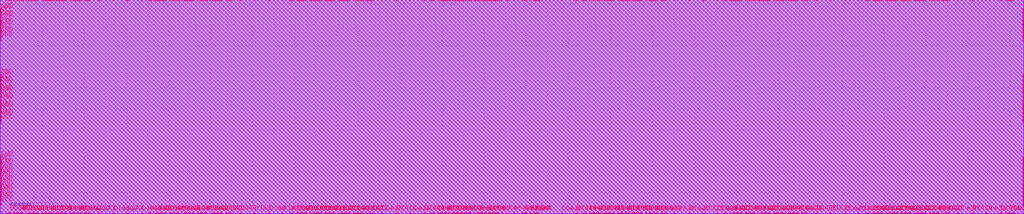
<source format=lef>
# 
#              Synchronous Dual Port SRAM Compiler 
# 
#                    UMC 0.18um Generic Logic Process 
#    __________________________________________________________________________
# 
# 
#      (C) Copyright 2002-2009 Faraday Technology Corp. All Rights Reserved.
#    
#    This source code is an unpublished work belongs to Faraday Technology
#    Corp.  It is considered a trade secret and is not to be divulged or
#    used by parties who have not received written authorization from
#    Faraday Technology Corp.
#    
#    Faraday's home page can be found at:
#    http://www.faraday-tech.com/
#   
#       Module Name      : SJMA180_128X32X1BM1
#       Words            : 128
#       Bits             : 32
#       Byte-Write       : 1
#       Aspect Ratio     : 1
#       Output Loading   : 0.05  (pf)
#       Data Slew        : 0.02  (ns)
#       CK Slew          : 0.02  (ns)
#       Power Ring Width : 2  (um)
# 
# -----------------------------------------------------------------------------
# 
#       Library          : FSA0M_A
#       Memaker          : 200901.2.1
#       Date             : 2024/01/08 18:24:24
# 
# -----------------------------------------------------------------------------


NAMESCASESENSITIVE ON ;
MACRO SJMA180_128X32X1BM1
CLASS BLOCK ;
FOREIGN SJMA180_128X32X1BM1 0.000 0.000 ;
ORIGIN 0.000 0.000 ;
SIZE 972.780 BY 203.840 ;
SYMMETRY x y r90 ;
SITE core ;
PIN GND
  DIRECTION INOUT ;
  USE GROUND ;
  SHAPE ABUTMENT ;
 PORT
  LAYER ME5 ;
  RECT 971.660 191.860 972.780 195.100 ;
  LAYER ME4 ;
  RECT 971.660 191.860 972.780 195.100 ;
  LAYER ME3 ;
  RECT 971.660 191.860 972.780 195.100 ;
  LAYER ME2 ;
  RECT 971.660 191.860 972.780 195.100 ;
  LAYER ME1 ;
  RECT 971.660 191.860 972.780 195.100 ;
 END
 PORT
  LAYER ME5 ;
  RECT 971.660 184.020 972.780 187.260 ;
  LAYER ME4 ;
  RECT 971.660 184.020 972.780 187.260 ;
  LAYER ME3 ;
  RECT 971.660 184.020 972.780 187.260 ;
  LAYER ME2 ;
  RECT 971.660 184.020 972.780 187.260 ;
  LAYER ME1 ;
  RECT 971.660 184.020 972.780 187.260 ;
 END
 PORT
  LAYER ME5 ;
  RECT 971.660 176.180 972.780 179.420 ;
  LAYER ME4 ;
  RECT 971.660 176.180 972.780 179.420 ;
  LAYER ME3 ;
  RECT 971.660 176.180 972.780 179.420 ;
  LAYER ME2 ;
  RECT 971.660 176.180 972.780 179.420 ;
  LAYER ME1 ;
  RECT 971.660 176.180 972.780 179.420 ;
 END
 PORT
  LAYER ME5 ;
  RECT 971.660 168.340 972.780 171.580 ;
  LAYER ME4 ;
  RECT 971.660 168.340 972.780 171.580 ;
  LAYER ME3 ;
  RECT 971.660 168.340 972.780 171.580 ;
  LAYER ME2 ;
  RECT 971.660 168.340 972.780 171.580 ;
  LAYER ME1 ;
  RECT 971.660 168.340 972.780 171.580 ;
 END
 PORT
  LAYER ME5 ;
  RECT 971.660 129.140 972.780 132.380 ;
  LAYER ME4 ;
  RECT 971.660 129.140 972.780 132.380 ;
  LAYER ME3 ;
  RECT 971.660 129.140 972.780 132.380 ;
  LAYER ME2 ;
  RECT 971.660 129.140 972.780 132.380 ;
  LAYER ME1 ;
  RECT 971.660 129.140 972.780 132.380 ;
 END
 PORT
  LAYER ME5 ;
  RECT 971.660 121.300 972.780 124.540 ;
  LAYER ME4 ;
  RECT 971.660 121.300 972.780 124.540 ;
  LAYER ME3 ;
  RECT 971.660 121.300 972.780 124.540 ;
  LAYER ME2 ;
  RECT 971.660 121.300 972.780 124.540 ;
  LAYER ME1 ;
  RECT 971.660 121.300 972.780 124.540 ;
 END
 PORT
  LAYER ME5 ;
  RECT 971.660 113.460 972.780 116.700 ;
  LAYER ME4 ;
  RECT 971.660 113.460 972.780 116.700 ;
  LAYER ME3 ;
  RECT 971.660 113.460 972.780 116.700 ;
  LAYER ME2 ;
  RECT 971.660 113.460 972.780 116.700 ;
  LAYER ME1 ;
  RECT 971.660 113.460 972.780 116.700 ;
 END
 PORT
  LAYER ME5 ;
  RECT 971.660 105.620 972.780 108.860 ;
  LAYER ME4 ;
  RECT 971.660 105.620 972.780 108.860 ;
  LAYER ME3 ;
  RECT 971.660 105.620 972.780 108.860 ;
  LAYER ME2 ;
  RECT 971.660 105.620 972.780 108.860 ;
  LAYER ME1 ;
  RECT 971.660 105.620 972.780 108.860 ;
 END
 PORT
  LAYER ME5 ;
  RECT 971.660 97.780 972.780 101.020 ;
  LAYER ME4 ;
  RECT 971.660 97.780 972.780 101.020 ;
  LAYER ME3 ;
  RECT 971.660 97.780 972.780 101.020 ;
  LAYER ME2 ;
  RECT 971.660 97.780 972.780 101.020 ;
  LAYER ME1 ;
  RECT 971.660 97.780 972.780 101.020 ;
 END
 PORT
  LAYER ME5 ;
  RECT 971.660 89.940 972.780 93.180 ;
  LAYER ME4 ;
  RECT 971.660 89.940 972.780 93.180 ;
  LAYER ME3 ;
  RECT 971.660 89.940 972.780 93.180 ;
  LAYER ME2 ;
  RECT 971.660 89.940 972.780 93.180 ;
  LAYER ME1 ;
  RECT 971.660 89.940 972.780 93.180 ;
 END
 PORT
  LAYER ME5 ;
  RECT 971.660 50.740 972.780 53.980 ;
  LAYER ME4 ;
  RECT 971.660 50.740 972.780 53.980 ;
  LAYER ME3 ;
  RECT 971.660 50.740 972.780 53.980 ;
  LAYER ME2 ;
  RECT 971.660 50.740 972.780 53.980 ;
  LAYER ME1 ;
  RECT 971.660 50.740 972.780 53.980 ;
 END
 PORT
  LAYER ME5 ;
  RECT 971.660 42.900 972.780 46.140 ;
  LAYER ME4 ;
  RECT 971.660 42.900 972.780 46.140 ;
  LAYER ME3 ;
  RECT 971.660 42.900 972.780 46.140 ;
  LAYER ME2 ;
  RECT 971.660 42.900 972.780 46.140 ;
  LAYER ME1 ;
  RECT 971.660 42.900 972.780 46.140 ;
 END
 PORT
  LAYER ME5 ;
  RECT 971.660 35.060 972.780 38.300 ;
  LAYER ME4 ;
  RECT 971.660 35.060 972.780 38.300 ;
  LAYER ME3 ;
  RECT 971.660 35.060 972.780 38.300 ;
  LAYER ME2 ;
  RECT 971.660 35.060 972.780 38.300 ;
  LAYER ME1 ;
  RECT 971.660 35.060 972.780 38.300 ;
 END
 PORT
  LAYER ME5 ;
  RECT 971.660 27.220 972.780 30.460 ;
  LAYER ME4 ;
  RECT 971.660 27.220 972.780 30.460 ;
  LAYER ME3 ;
  RECT 971.660 27.220 972.780 30.460 ;
  LAYER ME2 ;
  RECT 971.660 27.220 972.780 30.460 ;
  LAYER ME1 ;
  RECT 971.660 27.220 972.780 30.460 ;
 END
 PORT
  LAYER ME5 ;
  RECT 971.660 19.380 972.780 22.620 ;
  LAYER ME4 ;
  RECT 971.660 19.380 972.780 22.620 ;
  LAYER ME3 ;
  RECT 971.660 19.380 972.780 22.620 ;
  LAYER ME2 ;
  RECT 971.660 19.380 972.780 22.620 ;
  LAYER ME1 ;
  RECT 971.660 19.380 972.780 22.620 ;
 END
 PORT
  LAYER ME5 ;
  RECT 971.660 11.540 972.780 14.780 ;
  LAYER ME4 ;
  RECT 971.660 11.540 972.780 14.780 ;
  LAYER ME3 ;
  RECT 971.660 11.540 972.780 14.780 ;
  LAYER ME2 ;
  RECT 971.660 11.540 972.780 14.780 ;
  LAYER ME1 ;
  RECT 971.660 11.540 972.780 14.780 ;
 END
 PORT
  LAYER ME5 ;
  RECT 0.000 191.860 1.120 195.100 ;
  LAYER ME4 ;
  RECT 0.000 191.860 1.120 195.100 ;
  LAYER ME3 ;
  RECT 0.000 191.860 1.120 195.100 ;
  LAYER ME2 ;
  RECT 0.000 191.860 1.120 195.100 ;
  LAYER ME1 ;
  RECT 0.000 191.860 1.120 195.100 ;
 END
 PORT
  LAYER ME5 ;
  RECT 0.000 184.020 1.120 187.260 ;
  LAYER ME4 ;
  RECT 0.000 184.020 1.120 187.260 ;
  LAYER ME3 ;
  RECT 0.000 184.020 1.120 187.260 ;
  LAYER ME2 ;
  RECT 0.000 184.020 1.120 187.260 ;
  LAYER ME1 ;
  RECT 0.000 184.020 1.120 187.260 ;
 END
 PORT
  LAYER ME5 ;
  RECT 0.000 176.180 1.120 179.420 ;
  LAYER ME4 ;
  RECT 0.000 176.180 1.120 179.420 ;
  LAYER ME3 ;
  RECT 0.000 176.180 1.120 179.420 ;
  LAYER ME2 ;
  RECT 0.000 176.180 1.120 179.420 ;
  LAYER ME1 ;
  RECT 0.000 176.180 1.120 179.420 ;
 END
 PORT
  LAYER ME5 ;
  RECT 0.000 168.340 1.120 171.580 ;
  LAYER ME4 ;
  RECT 0.000 168.340 1.120 171.580 ;
  LAYER ME3 ;
  RECT 0.000 168.340 1.120 171.580 ;
  LAYER ME2 ;
  RECT 0.000 168.340 1.120 171.580 ;
  LAYER ME1 ;
  RECT 0.000 168.340 1.120 171.580 ;
 END
 PORT
  LAYER ME5 ;
  RECT 0.000 129.140 1.120 132.380 ;
  LAYER ME4 ;
  RECT 0.000 129.140 1.120 132.380 ;
  LAYER ME3 ;
  RECT 0.000 129.140 1.120 132.380 ;
  LAYER ME2 ;
  RECT 0.000 129.140 1.120 132.380 ;
  LAYER ME1 ;
  RECT 0.000 129.140 1.120 132.380 ;
 END
 PORT
  LAYER ME5 ;
  RECT 0.000 121.300 1.120 124.540 ;
  LAYER ME4 ;
  RECT 0.000 121.300 1.120 124.540 ;
  LAYER ME3 ;
  RECT 0.000 121.300 1.120 124.540 ;
  LAYER ME2 ;
  RECT 0.000 121.300 1.120 124.540 ;
  LAYER ME1 ;
  RECT 0.000 121.300 1.120 124.540 ;
 END
 PORT
  LAYER ME5 ;
  RECT 0.000 113.460 1.120 116.700 ;
  LAYER ME4 ;
  RECT 0.000 113.460 1.120 116.700 ;
  LAYER ME3 ;
  RECT 0.000 113.460 1.120 116.700 ;
  LAYER ME2 ;
  RECT 0.000 113.460 1.120 116.700 ;
  LAYER ME1 ;
  RECT 0.000 113.460 1.120 116.700 ;
 END
 PORT
  LAYER ME5 ;
  RECT 0.000 105.620 1.120 108.860 ;
  LAYER ME4 ;
  RECT 0.000 105.620 1.120 108.860 ;
  LAYER ME3 ;
  RECT 0.000 105.620 1.120 108.860 ;
  LAYER ME2 ;
  RECT 0.000 105.620 1.120 108.860 ;
  LAYER ME1 ;
  RECT 0.000 105.620 1.120 108.860 ;
 END
 PORT
  LAYER ME5 ;
  RECT 0.000 97.780 1.120 101.020 ;
  LAYER ME4 ;
  RECT 0.000 97.780 1.120 101.020 ;
  LAYER ME3 ;
  RECT 0.000 97.780 1.120 101.020 ;
  LAYER ME2 ;
  RECT 0.000 97.780 1.120 101.020 ;
  LAYER ME1 ;
  RECT 0.000 97.780 1.120 101.020 ;
 END
 PORT
  LAYER ME5 ;
  RECT 0.000 89.940 1.120 93.180 ;
  LAYER ME4 ;
  RECT 0.000 89.940 1.120 93.180 ;
  LAYER ME3 ;
  RECT 0.000 89.940 1.120 93.180 ;
  LAYER ME2 ;
  RECT 0.000 89.940 1.120 93.180 ;
  LAYER ME1 ;
  RECT 0.000 89.940 1.120 93.180 ;
 END
 PORT
  LAYER ME5 ;
  RECT 0.000 50.740 1.120 53.980 ;
  LAYER ME4 ;
  RECT 0.000 50.740 1.120 53.980 ;
  LAYER ME3 ;
  RECT 0.000 50.740 1.120 53.980 ;
  LAYER ME2 ;
  RECT 0.000 50.740 1.120 53.980 ;
  LAYER ME1 ;
  RECT 0.000 50.740 1.120 53.980 ;
 END
 PORT
  LAYER ME5 ;
  RECT 0.000 42.900 1.120 46.140 ;
  LAYER ME4 ;
  RECT 0.000 42.900 1.120 46.140 ;
  LAYER ME3 ;
  RECT 0.000 42.900 1.120 46.140 ;
  LAYER ME2 ;
  RECT 0.000 42.900 1.120 46.140 ;
  LAYER ME1 ;
  RECT 0.000 42.900 1.120 46.140 ;
 END
 PORT
  LAYER ME5 ;
  RECT 0.000 35.060 1.120 38.300 ;
  LAYER ME4 ;
  RECT 0.000 35.060 1.120 38.300 ;
  LAYER ME3 ;
  RECT 0.000 35.060 1.120 38.300 ;
  LAYER ME2 ;
  RECT 0.000 35.060 1.120 38.300 ;
  LAYER ME1 ;
  RECT 0.000 35.060 1.120 38.300 ;
 END
 PORT
  LAYER ME5 ;
  RECT 0.000 27.220 1.120 30.460 ;
  LAYER ME4 ;
  RECT 0.000 27.220 1.120 30.460 ;
  LAYER ME3 ;
  RECT 0.000 27.220 1.120 30.460 ;
  LAYER ME2 ;
  RECT 0.000 27.220 1.120 30.460 ;
  LAYER ME1 ;
  RECT 0.000 27.220 1.120 30.460 ;
 END
 PORT
  LAYER ME5 ;
  RECT 0.000 19.380 1.120 22.620 ;
  LAYER ME4 ;
  RECT 0.000 19.380 1.120 22.620 ;
  LAYER ME3 ;
  RECT 0.000 19.380 1.120 22.620 ;
  LAYER ME2 ;
  RECT 0.000 19.380 1.120 22.620 ;
  LAYER ME1 ;
  RECT 0.000 19.380 1.120 22.620 ;
 END
 PORT
  LAYER ME5 ;
  RECT 0.000 11.540 1.120 14.780 ;
  LAYER ME4 ;
  RECT 0.000 11.540 1.120 14.780 ;
  LAYER ME3 ;
  RECT 0.000 11.540 1.120 14.780 ;
  LAYER ME2 ;
  RECT 0.000 11.540 1.120 14.780 ;
  LAYER ME1 ;
  RECT 0.000 11.540 1.120 14.780 ;
 END
 PORT
  LAYER ME5 ;
  RECT 960.780 202.720 964.320 203.840 ;
  LAYER ME4 ;
  RECT 960.780 202.720 964.320 203.840 ;
  LAYER ME3 ;
  RECT 960.780 202.720 964.320 203.840 ;
  LAYER ME2 ;
  RECT 960.780 202.720 964.320 203.840 ;
  LAYER ME1 ;
  RECT 960.780 202.720 964.320 203.840 ;
 END
 PORT
  LAYER ME5 ;
  RECT 898.160 202.720 901.700 203.840 ;
  LAYER ME4 ;
  RECT 898.160 202.720 901.700 203.840 ;
  LAYER ME3 ;
  RECT 898.160 202.720 901.700 203.840 ;
  LAYER ME2 ;
  RECT 898.160 202.720 901.700 203.840 ;
  LAYER ME1 ;
  RECT 898.160 202.720 901.700 203.840 ;
 END
 PORT
  LAYER ME5 ;
  RECT 885.140 202.720 888.680 203.840 ;
  LAYER ME4 ;
  RECT 885.140 202.720 888.680 203.840 ;
  LAYER ME3 ;
  RECT 885.140 202.720 888.680 203.840 ;
  LAYER ME2 ;
  RECT 885.140 202.720 888.680 203.840 ;
  LAYER ME1 ;
  RECT 885.140 202.720 888.680 203.840 ;
 END
 PORT
  LAYER ME5 ;
  RECT 871.500 202.720 875.040 203.840 ;
  LAYER ME4 ;
  RECT 871.500 202.720 875.040 203.840 ;
  LAYER ME3 ;
  RECT 871.500 202.720 875.040 203.840 ;
  LAYER ME2 ;
  RECT 871.500 202.720 875.040 203.840 ;
  LAYER ME1 ;
  RECT 871.500 202.720 875.040 203.840 ;
 END
 PORT
  LAYER ME5 ;
  RECT 857.860 202.720 861.400 203.840 ;
  LAYER ME4 ;
  RECT 857.860 202.720 861.400 203.840 ;
  LAYER ME3 ;
  RECT 857.860 202.720 861.400 203.840 ;
  LAYER ME2 ;
  RECT 857.860 202.720 861.400 203.840 ;
  LAYER ME1 ;
  RECT 857.860 202.720 861.400 203.840 ;
 END
 PORT
  LAYER ME5 ;
  RECT 844.840 202.720 848.380 203.840 ;
  LAYER ME4 ;
  RECT 844.840 202.720 848.380 203.840 ;
  LAYER ME3 ;
  RECT 844.840 202.720 848.380 203.840 ;
  LAYER ME2 ;
  RECT 844.840 202.720 848.380 203.840 ;
  LAYER ME1 ;
  RECT 844.840 202.720 848.380 203.840 ;
 END
 PORT
  LAYER ME5 ;
  RECT 831.200 202.720 834.740 203.840 ;
  LAYER ME4 ;
  RECT 831.200 202.720 834.740 203.840 ;
  LAYER ME3 ;
  RECT 831.200 202.720 834.740 203.840 ;
  LAYER ME2 ;
  RECT 831.200 202.720 834.740 203.840 ;
  LAYER ME1 ;
  RECT 831.200 202.720 834.740 203.840 ;
 END
 PORT
  LAYER ME5 ;
  RECT 763.620 202.720 767.160 203.840 ;
  LAYER ME4 ;
  RECT 763.620 202.720 767.160 203.840 ;
  LAYER ME3 ;
  RECT 763.620 202.720 767.160 203.840 ;
  LAYER ME2 ;
  RECT 763.620 202.720 767.160 203.840 ;
  LAYER ME1 ;
  RECT 763.620 202.720 767.160 203.840 ;
 END
 PORT
  LAYER ME5 ;
  RECT 750.600 202.720 754.140 203.840 ;
  LAYER ME4 ;
  RECT 750.600 202.720 754.140 203.840 ;
  LAYER ME3 ;
  RECT 750.600 202.720 754.140 203.840 ;
  LAYER ME2 ;
  RECT 750.600 202.720 754.140 203.840 ;
  LAYER ME1 ;
  RECT 750.600 202.720 754.140 203.840 ;
 END
 PORT
  LAYER ME5 ;
  RECT 736.960 202.720 740.500 203.840 ;
  LAYER ME4 ;
  RECT 736.960 202.720 740.500 203.840 ;
  LAYER ME3 ;
  RECT 736.960 202.720 740.500 203.840 ;
  LAYER ME2 ;
  RECT 736.960 202.720 740.500 203.840 ;
  LAYER ME1 ;
  RECT 736.960 202.720 740.500 203.840 ;
 END
 PORT
  LAYER ME5 ;
  RECT 723.320 202.720 726.860 203.840 ;
  LAYER ME4 ;
  RECT 723.320 202.720 726.860 203.840 ;
  LAYER ME3 ;
  RECT 723.320 202.720 726.860 203.840 ;
  LAYER ME2 ;
  RECT 723.320 202.720 726.860 203.840 ;
  LAYER ME1 ;
  RECT 723.320 202.720 726.860 203.840 ;
 END
 PORT
  LAYER ME5 ;
  RECT 710.300 202.720 713.840 203.840 ;
  LAYER ME4 ;
  RECT 710.300 202.720 713.840 203.840 ;
  LAYER ME3 ;
  RECT 710.300 202.720 713.840 203.840 ;
  LAYER ME2 ;
  RECT 710.300 202.720 713.840 203.840 ;
  LAYER ME1 ;
  RECT 710.300 202.720 713.840 203.840 ;
 END
 PORT
  LAYER ME5 ;
  RECT 696.660 202.720 700.200 203.840 ;
  LAYER ME4 ;
  RECT 696.660 202.720 700.200 203.840 ;
  LAYER ME3 ;
  RECT 696.660 202.720 700.200 203.840 ;
  LAYER ME2 ;
  RECT 696.660 202.720 700.200 203.840 ;
  LAYER ME1 ;
  RECT 696.660 202.720 700.200 203.840 ;
 END
 PORT
  LAYER ME5 ;
  RECT 629.700 202.720 633.240 203.840 ;
  LAYER ME4 ;
  RECT 629.700 202.720 633.240 203.840 ;
  LAYER ME3 ;
  RECT 629.700 202.720 633.240 203.840 ;
  LAYER ME2 ;
  RECT 629.700 202.720 633.240 203.840 ;
  LAYER ME1 ;
  RECT 629.700 202.720 633.240 203.840 ;
 END
 PORT
  LAYER ME5 ;
  RECT 616.060 202.720 619.600 203.840 ;
  LAYER ME4 ;
  RECT 616.060 202.720 619.600 203.840 ;
  LAYER ME3 ;
  RECT 616.060 202.720 619.600 203.840 ;
  LAYER ME2 ;
  RECT 616.060 202.720 619.600 203.840 ;
  LAYER ME1 ;
  RECT 616.060 202.720 619.600 203.840 ;
 END
 PORT
  LAYER ME5 ;
  RECT 602.420 202.720 605.960 203.840 ;
  LAYER ME4 ;
  RECT 602.420 202.720 605.960 203.840 ;
  LAYER ME3 ;
  RECT 602.420 202.720 605.960 203.840 ;
  LAYER ME2 ;
  RECT 602.420 202.720 605.960 203.840 ;
  LAYER ME1 ;
  RECT 602.420 202.720 605.960 203.840 ;
 END
 PORT
  LAYER ME5 ;
  RECT 589.400 202.720 592.940 203.840 ;
  LAYER ME4 ;
  RECT 589.400 202.720 592.940 203.840 ;
  LAYER ME3 ;
  RECT 589.400 202.720 592.940 203.840 ;
  LAYER ME2 ;
  RECT 589.400 202.720 592.940 203.840 ;
  LAYER ME1 ;
  RECT 589.400 202.720 592.940 203.840 ;
 END
 PORT
  LAYER ME5 ;
  RECT 575.760 202.720 579.300 203.840 ;
  LAYER ME4 ;
  RECT 575.760 202.720 579.300 203.840 ;
  LAYER ME3 ;
  RECT 575.760 202.720 579.300 203.840 ;
  LAYER ME2 ;
  RECT 575.760 202.720 579.300 203.840 ;
  LAYER ME1 ;
  RECT 575.760 202.720 579.300 203.840 ;
 END
 PORT
  LAYER ME5 ;
  RECT 562.120 202.720 565.660 203.840 ;
  LAYER ME4 ;
  RECT 562.120 202.720 565.660 203.840 ;
  LAYER ME3 ;
  RECT 562.120 202.720 565.660 203.840 ;
  LAYER ME2 ;
  RECT 562.120 202.720 565.660 203.840 ;
  LAYER ME1 ;
  RECT 562.120 202.720 565.660 203.840 ;
 END
 PORT
  LAYER ME5 ;
  RECT 470.980 202.720 474.520 203.840 ;
  LAYER ME4 ;
  RECT 470.980 202.720 474.520 203.840 ;
  LAYER ME3 ;
  RECT 470.980 202.720 474.520 203.840 ;
  LAYER ME2 ;
  RECT 470.980 202.720 474.520 203.840 ;
  LAYER ME1 ;
  RECT 470.980 202.720 474.520 203.840 ;
 END
 PORT
  LAYER ME5 ;
  RECT 462.300 202.720 465.840 203.840 ;
  LAYER ME4 ;
  RECT 462.300 202.720 465.840 203.840 ;
  LAYER ME3 ;
  RECT 462.300 202.720 465.840 203.840 ;
  LAYER ME2 ;
  RECT 462.300 202.720 465.840 203.840 ;
  LAYER ME1 ;
  RECT 462.300 202.720 465.840 203.840 ;
 END
 PORT
  LAYER ME5 ;
  RECT 453.620 202.720 457.160 203.840 ;
  LAYER ME4 ;
  RECT 453.620 202.720 457.160 203.840 ;
  LAYER ME3 ;
  RECT 453.620 202.720 457.160 203.840 ;
  LAYER ME2 ;
  RECT 453.620 202.720 457.160 203.840 ;
  LAYER ME1 ;
  RECT 453.620 202.720 457.160 203.840 ;
 END
 PORT
  LAYER ME5 ;
  RECT 439.980 202.720 443.520 203.840 ;
  LAYER ME4 ;
  RECT 439.980 202.720 443.520 203.840 ;
  LAYER ME3 ;
  RECT 439.980 202.720 443.520 203.840 ;
  LAYER ME2 ;
  RECT 439.980 202.720 443.520 203.840 ;
  LAYER ME1 ;
  RECT 439.980 202.720 443.520 203.840 ;
 END
 PORT
  LAYER ME5 ;
  RECT 431.300 202.720 434.840 203.840 ;
  LAYER ME4 ;
  RECT 431.300 202.720 434.840 203.840 ;
  LAYER ME3 ;
  RECT 431.300 202.720 434.840 203.840 ;
  LAYER ME2 ;
  RECT 431.300 202.720 434.840 203.840 ;
  LAYER ME1 ;
  RECT 431.300 202.720 434.840 203.840 ;
 END
 PORT
  LAYER ME5 ;
  RECT 418.280 202.720 421.820 203.840 ;
  LAYER ME4 ;
  RECT 418.280 202.720 421.820 203.840 ;
  LAYER ME3 ;
  RECT 418.280 202.720 421.820 203.840 ;
  LAYER ME2 ;
  RECT 418.280 202.720 421.820 203.840 ;
  LAYER ME1 ;
  RECT 418.280 202.720 421.820 203.840 ;
 END
 PORT
  LAYER ME5 ;
  RECT 350.700 202.720 354.240 203.840 ;
  LAYER ME4 ;
  RECT 350.700 202.720 354.240 203.840 ;
  LAYER ME3 ;
  RECT 350.700 202.720 354.240 203.840 ;
  LAYER ME2 ;
  RECT 350.700 202.720 354.240 203.840 ;
  LAYER ME1 ;
  RECT 350.700 202.720 354.240 203.840 ;
 END
 PORT
  LAYER ME5 ;
  RECT 337.680 202.720 341.220 203.840 ;
  LAYER ME4 ;
  RECT 337.680 202.720 341.220 203.840 ;
  LAYER ME3 ;
  RECT 337.680 202.720 341.220 203.840 ;
  LAYER ME2 ;
  RECT 337.680 202.720 341.220 203.840 ;
  LAYER ME1 ;
  RECT 337.680 202.720 341.220 203.840 ;
 END
 PORT
  LAYER ME5 ;
  RECT 324.040 202.720 327.580 203.840 ;
  LAYER ME4 ;
  RECT 324.040 202.720 327.580 203.840 ;
  LAYER ME3 ;
  RECT 324.040 202.720 327.580 203.840 ;
  LAYER ME2 ;
  RECT 324.040 202.720 327.580 203.840 ;
  LAYER ME1 ;
  RECT 324.040 202.720 327.580 203.840 ;
 END
 PORT
  LAYER ME5 ;
  RECT 310.400 202.720 313.940 203.840 ;
  LAYER ME4 ;
  RECT 310.400 202.720 313.940 203.840 ;
  LAYER ME3 ;
  RECT 310.400 202.720 313.940 203.840 ;
  LAYER ME2 ;
  RECT 310.400 202.720 313.940 203.840 ;
  LAYER ME1 ;
  RECT 310.400 202.720 313.940 203.840 ;
 END
 PORT
  LAYER ME5 ;
  RECT 297.380 202.720 300.920 203.840 ;
  LAYER ME4 ;
  RECT 297.380 202.720 300.920 203.840 ;
  LAYER ME3 ;
  RECT 297.380 202.720 300.920 203.840 ;
  LAYER ME2 ;
  RECT 297.380 202.720 300.920 203.840 ;
  LAYER ME1 ;
  RECT 297.380 202.720 300.920 203.840 ;
 END
 PORT
  LAYER ME5 ;
  RECT 283.740 202.720 287.280 203.840 ;
  LAYER ME4 ;
  RECT 283.740 202.720 287.280 203.840 ;
  LAYER ME3 ;
  RECT 283.740 202.720 287.280 203.840 ;
  LAYER ME2 ;
  RECT 283.740 202.720 287.280 203.840 ;
  LAYER ME1 ;
  RECT 283.740 202.720 287.280 203.840 ;
 END
 PORT
  LAYER ME5 ;
  RECT 216.780 202.720 220.320 203.840 ;
  LAYER ME4 ;
  RECT 216.780 202.720 220.320 203.840 ;
  LAYER ME3 ;
  RECT 216.780 202.720 220.320 203.840 ;
  LAYER ME2 ;
  RECT 216.780 202.720 220.320 203.840 ;
  LAYER ME1 ;
  RECT 216.780 202.720 220.320 203.840 ;
 END
 PORT
  LAYER ME5 ;
  RECT 203.140 202.720 206.680 203.840 ;
  LAYER ME4 ;
  RECT 203.140 202.720 206.680 203.840 ;
  LAYER ME3 ;
  RECT 203.140 202.720 206.680 203.840 ;
  LAYER ME2 ;
  RECT 203.140 202.720 206.680 203.840 ;
  LAYER ME1 ;
  RECT 203.140 202.720 206.680 203.840 ;
 END
 PORT
  LAYER ME5 ;
  RECT 189.500 202.720 193.040 203.840 ;
  LAYER ME4 ;
  RECT 189.500 202.720 193.040 203.840 ;
  LAYER ME3 ;
  RECT 189.500 202.720 193.040 203.840 ;
  LAYER ME2 ;
  RECT 189.500 202.720 193.040 203.840 ;
  LAYER ME1 ;
  RECT 189.500 202.720 193.040 203.840 ;
 END
 PORT
  LAYER ME5 ;
  RECT 176.480 202.720 180.020 203.840 ;
  LAYER ME4 ;
  RECT 176.480 202.720 180.020 203.840 ;
  LAYER ME3 ;
  RECT 176.480 202.720 180.020 203.840 ;
  LAYER ME2 ;
  RECT 176.480 202.720 180.020 203.840 ;
  LAYER ME1 ;
  RECT 176.480 202.720 180.020 203.840 ;
 END
 PORT
  LAYER ME5 ;
  RECT 162.840 202.720 166.380 203.840 ;
  LAYER ME4 ;
  RECT 162.840 202.720 166.380 203.840 ;
  LAYER ME3 ;
  RECT 162.840 202.720 166.380 203.840 ;
  LAYER ME2 ;
  RECT 162.840 202.720 166.380 203.840 ;
  LAYER ME1 ;
  RECT 162.840 202.720 166.380 203.840 ;
 END
 PORT
  LAYER ME5 ;
  RECT 149.200 202.720 152.740 203.840 ;
  LAYER ME4 ;
  RECT 149.200 202.720 152.740 203.840 ;
  LAYER ME3 ;
  RECT 149.200 202.720 152.740 203.840 ;
  LAYER ME2 ;
  RECT 149.200 202.720 152.740 203.840 ;
  LAYER ME1 ;
  RECT 149.200 202.720 152.740 203.840 ;
 END
 PORT
  LAYER ME5 ;
  RECT 82.240 202.720 85.780 203.840 ;
  LAYER ME4 ;
  RECT 82.240 202.720 85.780 203.840 ;
  LAYER ME3 ;
  RECT 82.240 202.720 85.780 203.840 ;
  LAYER ME2 ;
  RECT 82.240 202.720 85.780 203.840 ;
  LAYER ME1 ;
  RECT 82.240 202.720 85.780 203.840 ;
 END
 PORT
  LAYER ME5 ;
  RECT 68.600 202.720 72.140 203.840 ;
  LAYER ME4 ;
  RECT 68.600 202.720 72.140 203.840 ;
  LAYER ME3 ;
  RECT 68.600 202.720 72.140 203.840 ;
  LAYER ME2 ;
  RECT 68.600 202.720 72.140 203.840 ;
  LAYER ME1 ;
  RECT 68.600 202.720 72.140 203.840 ;
 END
 PORT
  LAYER ME5 ;
  RECT 54.960 202.720 58.500 203.840 ;
  LAYER ME4 ;
  RECT 54.960 202.720 58.500 203.840 ;
  LAYER ME3 ;
  RECT 54.960 202.720 58.500 203.840 ;
  LAYER ME2 ;
  RECT 54.960 202.720 58.500 203.840 ;
  LAYER ME1 ;
  RECT 54.960 202.720 58.500 203.840 ;
 END
 PORT
  LAYER ME5 ;
  RECT 41.940 202.720 45.480 203.840 ;
  LAYER ME4 ;
  RECT 41.940 202.720 45.480 203.840 ;
  LAYER ME3 ;
  RECT 41.940 202.720 45.480 203.840 ;
  LAYER ME2 ;
  RECT 41.940 202.720 45.480 203.840 ;
  LAYER ME1 ;
  RECT 41.940 202.720 45.480 203.840 ;
 END
 PORT
  LAYER ME5 ;
  RECT 28.300 202.720 31.840 203.840 ;
  LAYER ME4 ;
  RECT 28.300 202.720 31.840 203.840 ;
  LAYER ME3 ;
  RECT 28.300 202.720 31.840 203.840 ;
  LAYER ME2 ;
  RECT 28.300 202.720 31.840 203.840 ;
  LAYER ME1 ;
  RECT 28.300 202.720 31.840 203.840 ;
 END
 PORT
  LAYER ME5 ;
  RECT 14.660 202.720 18.200 203.840 ;
  LAYER ME4 ;
  RECT 14.660 202.720 18.200 203.840 ;
  LAYER ME3 ;
  RECT 14.660 202.720 18.200 203.840 ;
  LAYER ME2 ;
  RECT 14.660 202.720 18.200 203.840 ;
  LAYER ME1 ;
  RECT 14.660 202.720 18.200 203.840 ;
 END
 PORT
  LAYER ME5 ;
  RECT 960.780 0.000 964.320 1.120 ;
  LAYER ME4 ;
  RECT 960.780 0.000 964.320 1.120 ;
  LAYER ME3 ;
  RECT 960.780 0.000 964.320 1.120 ;
  LAYER ME2 ;
  RECT 960.780 0.000 964.320 1.120 ;
  LAYER ME1 ;
  RECT 960.780 0.000 964.320 1.120 ;
 END
 PORT
  LAYER ME5 ;
  RECT 898.160 0.000 901.700 1.120 ;
  LAYER ME4 ;
  RECT 898.160 0.000 901.700 1.120 ;
  LAYER ME3 ;
  RECT 898.160 0.000 901.700 1.120 ;
  LAYER ME2 ;
  RECT 898.160 0.000 901.700 1.120 ;
  LAYER ME1 ;
  RECT 898.160 0.000 901.700 1.120 ;
 END
 PORT
  LAYER ME5 ;
  RECT 885.140 0.000 888.680 1.120 ;
  LAYER ME4 ;
  RECT 885.140 0.000 888.680 1.120 ;
  LAYER ME3 ;
  RECT 885.140 0.000 888.680 1.120 ;
  LAYER ME2 ;
  RECT 885.140 0.000 888.680 1.120 ;
  LAYER ME1 ;
  RECT 885.140 0.000 888.680 1.120 ;
 END
 PORT
  LAYER ME5 ;
  RECT 871.500 0.000 875.040 1.120 ;
  LAYER ME4 ;
  RECT 871.500 0.000 875.040 1.120 ;
  LAYER ME3 ;
  RECT 871.500 0.000 875.040 1.120 ;
  LAYER ME2 ;
  RECT 871.500 0.000 875.040 1.120 ;
  LAYER ME1 ;
  RECT 871.500 0.000 875.040 1.120 ;
 END
 PORT
  LAYER ME5 ;
  RECT 857.860 0.000 861.400 1.120 ;
  LAYER ME4 ;
  RECT 857.860 0.000 861.400 1.120 ;
  LAYER ME3 ;
  RECT 857.860 0.000 861.400 1.120 ;
  LAYER ME2 ;
  RECT 857.860 0.000 861.400 1.120 ;
  LAYER ME1 ;
  RECT 857.860 0.000 861.400 1.120 ;
 END
 PORT
  LAYER ME5 ;
  RECT 844.840 0.000 848.380 1.120 ;
  LAYER ME4 ;
  RECT 844.840 0.000 848.380 1.120 ;
  LAYER ME3 ;
  RECT 844.840 0.000 848.380 1.120 ;
  LAYER ME2 ;
  RECT 844.840 0.000 848.380 1.120 ;
  LAYER ME1 ;
  RECT 844.840 0.000 848.380 1.120 ;
 END
 PORT
  LAYER ME5 ;
  RECT 831.200 0.000 834.740 1.120 ;
  LAYER ME4 ;
  RECT 831.200 0.000 834.740 1.120 ;
  LAYER ME3 ;
  RECT 831.200 0.000 834.740 1.120 ;
  LAYER ME2 ;
  RECT 831.200 0.000 834.740 1.120 ;
  LAYER ME1 ;
  RECT 831.200 0.000 834.740 1.120 ;
 END
 PORT
  LAYER ME5 ;
  RECT 763.620 0.000 767.160 1.120 ;
  LAYER ME4 ;
  RECT 763.620 0.000 767.160 1.120 ;
  LAYER ME3 ;
  RECT 763.620 0.000 767.160 1.120 ;
  LAYER ME2 ;
  RECT 763.620 0.000 767.160 1.120 ;
  LAYER ME1 ;
  RECT 763.620 0.000 767.160 1.120 ;
 END
 PORT
  LAYER ME5 ;
  RECT 750.600 0.000 754.140 1.120 ;
  LAYER ME4 ;
  RECT 750.600 0.000 754.140 1.120 ;
  LAYER ME3 ;
  RECT 750.600 0.000 754.140 1.120 ;
  LAYER ME2 ;
  RECT 750.600 0.000 754.140 1.120 ;
  LAYER ME1 ;
  RECT 750.600 0.000 754.140 1.120 ;
 END
 PORT
  LAYER ME5 ;
  RECT 736.960 0.000 740.500 1.120 ;
  LAYER ME4 ;
  RECT 736.960 0.000 740.500 1.120 ;
  LAYER ME3 ;
  RECT 736.960 0.000 740.500 1.120 ;
  LAYER ME2 ;
  RECT 736.960 0.000 740.500 1.120 ;
  LAYER ME1 ;
  RECT 736.960 0.000 740.500 1.120 ;
 END
 PORT
  LAYER ME5 ;
  RECT 723.320 0.000 726.860 1.120 ;
  LAYER ME4 ;
  RECT 723.320 0.000 726.860 1.120 ;
  LAYER ME3 ;
  RECT 723.320 0.000 726.860 1.120 ;
  LAYER ME2 ;
  RECT 723.320 0.000 726.860 1.120 ;
  LAYER ME1 ;
  RECT 723.320 0.000 726.860 1.120 ;
 END
 PORT
  LAYER ME5 ;
  RECT 710.300 0.000 713.840 1.120 ;
  LAYER ME4 ;
  RECT 710.300 0.000 713.840 1.120 ;
  LAYER ME3 ;
  RECT 710.300 0.000 713.840 1.120 ;
  LAYER ME2 ;
  RECT 710.300 0.000 713.840 1.120 ;
  LAYER ME1 ;
  RECT 710.300 0.000 713.840 1.120 ;
 END
 PORT
  LAYER ME5 ;
  RECT 696.660 0.000 700.200 1.120 ;
  LAYER ME4 ;
  RECT 696.660 0.000 700.200 1.120 ;
  LAYER ME3 ;
  RECT 696.660 0.000 700.200 1.120 ;
  LAYER ME2 ;
  RECT 696.660 0.000 700.200 1.120 ;
  LAYER ME1 ;
  RECT 696.660 0.000 700.200 1.120 ;
 END
 PORT
  LAYER ME5 ;
  RECT 629.700 0.000 633.240 1.120 ;
  LAYER ME4 ;
  RECT 629.700 0.000 633.240 1.120 ;
  LAYER ME3 ;
  RECT 629.700 0.000 633.240 1.120 ;
  LAYER ME2 ;
  RECT 629.700 0.000 633.240 1.120 ;
  LAYER ME1 ;
  RECT 629.700 0.000 633.240 1.120 ;
 END
 PORT
  LAYER ME5 ;
  RECT 616.060 0.000 619.600 1.120 ;
  LAYER ME4 ;
  RECT 616.060 0.000 619.600 1.120 ;
  LAYER ME3 ;
  RECT 616.060 0.000 619.600 1.120 ;
  LAYER ME2 ;
  RECT 616.060 0.000 619.600 1.120 ;
  LAYER ME1 ;
  RECT 616.060 0.000 619.600 1.120 ;
 END
 PORT
  LAYER ME5 ;
  RECT 602.420 0.000 605.960 1.120 ;
  LAYER ME4 ;
  RECT 602.420 0.000 605.960 1.120 ;
  LAYER ME3 ;
  RECT 602.420 0.000 605.960 1.120 ;
  LAYER ME2 ;
  RECT 602.420 0.000 605.960 1.120 ;
  LAYER ME1 ;
  RECT 602.420 0.000 605.960 1.120 ;
 END
 PORT
  LAYER ME5 ;
  RECT 589.400 0.000 592.940 1.120 ;
  LAYER ME4 ;
  RECT 589.400 0.000 592.940 1.120 ;
  LAYER ME3 ;
  RECT 589.400 0.000 592.940 1.120 ;
  LAYER ME2 ;
  RECT 589.400 0.000 592.940 1.120 ;
  LAYER ME1 ;
  RECT 589.400 0.000 592.940 1.120 ;
 END
 PORT
  LAYER ME5 ;
  RECT 575.760 0.000 579.300 1.120 ;
  LAYER ME4 ;
  RECT 575.760 0.000 579.300 1.120 ;
  LAYER ME3 ;
  RECT 575.760 0.000 579.300 1.120 ;
  LAYER ME2 ;
  RECT 575.760 0.000 579.300 1.120 ;
  LAYER ME1 ;
  RECT 575.760 0.000 579.300 1.120 ;
 END
 PORT
  LAYER ME5 ;
  RECT 562.120 0.000 565.660 1.120 ;
  LAYER ME4 ;
  RECT 562.120 0.000 565.660 1.120 ;
  LAYER ME3 ;
  RECT 562.120 0.000 565.660 1.120 ;
  LAYER ME2 ;
  RECT 562.120 0.000 565.660 1.120 ;
  LAYER ME1 ;
  RECT 562.120 0.000 565.660 1.120 ;
 END
 PORT
  LAYER ME5 ;
  RECT 470.980 0.000 474.520 1.120 ;
  LAYER ME4 ;
  RECT 470.980 0.000 474.520 1.120 ;
  LAYER ME3 ;
  RECT 470.980 0.000 474.520 1.120 ;
  LAYER ME2 ;
  RECT 470.980 0.000 474.520 1.120 ;
  LAYER ME1 ;
  RECT 470.980 0.000 474.520 1.120 ;
 END
 PORT
  LAYER ME5 ;
  RECT 462.300 0.000 465.840 1.120 ;
  LAYER ME4 ;
  RECT 462.300 0.000 465.840 1.120 ;
  LAYER ME3 ;
  RECT 462.300 0.000 465.840 1.120 ;
  LAYER ME2 ;
  RECT 462.300 0.000 465.840 1.120 ;
  LAYER ME1 ;
  RECT 462.300 0.000 465.840 1.120 ;
 END
 PORT
  LAYER ME5 ;
  RECT 453.620 0.000 457.160 1.120 ;
  LAYER ME4 ;
  RECT 453.620 0.000 457.160 1.120 ;
  LAYER ME3 ;
  RECT 453.620 0.000 457.160 1.120 ;
  LAYER ME2 ;
  RECT 453.620 0.000 457.160 1.120 ;
  LAYER ME1 ;
  RECT 453.620 0.000 457.160 1.120 ;
 END
 PORT
  LAYER ME5 ;
  RECT 439.980 0.000 443.520 1.120 ;
  LAYER ME4 ;
  RECT 439.980 0.000 443.520 1.120 ;
  LAYER ME3 ;
  RECT 439.980 0.000 443.520 1.120 ;
  LAYER ME2 ;
  RECT 439.980 0.000 443.520 1.120 ;
  LAYER ME1 ;
  RECT 439.980 0.000 443.520 1.120 ;
 END
 PORT
  LAYER ME5 ;
  RECT 431.300 0.000 434.840 1.120 ;
  LAYER ME4 ;
  RECT 431.300 0.000 434.840 1.120 ;
  LAYER ME3 ;
  RECT 431.300 0.000 434.840 1.120 ;
  LAYER ME2 ;
  RECT 431.300 0.000 434.840 1.120 ;
  LAYER ME1 ;
  RECT 431.300 0.000 434.840 1.120 ;
 END
 PORT
  LAYER ME5 ;
  RECT 418.280 0.000 421.820 1.120 ;
  LAYER ME4 ;
  RECT 418.280 0.000 421.820 1.120 ;
  LAYER ME3 ;
  RECT 418.280 0.000 421.820 1.120 ;
  LAYER ME2 ;
  RECT 418.280 0.000 421.820 1.120 ;
  LAYER ME1 ;
  RECT 418.280 0.000 421.820 1.120 ;
 END
 PORT
  LAYER ME5 ;
  RECT 350.700 0.000 354.240 1.120 ;
  LAYER ME4 ;
  RECT 350.700 0.000 354.240 1.120 ;
  LAYER ME3 ;
  RECT 350.700 0.000 354.240 1.120 ;
  LAYER ME2 ;
  RECT 350.700 0.000 354.240 1.120 ;
  LAYER ME1 ;
  RECT 350.700 0.000 354.240 1.120 ;
 END
 PORT
  LAYER ME5 ;
  RECT 337.680 0.000 341.220 1.120 ;
  LAYER ME4 ;
  RECT 337.680 0.000 341.220 1.120 ;
  LAYER ME3 ;
  RECT 337.680 0.000 341.220 1.120 ;
  LAYER ME2 ;
  RECT 337.680 0.000 341.220 1.120 ;
  LAYER ME1 ;
  RECT 337.680 0.000 341.220 1.120 ;
 END
 PORT
  LAYER ME5 ;
  RECT 324.040 0.000 327.580 1.120 ;
  LAYER ME4 ;
  RECT 324.040 0.000 327.580 1.120 ;
  LAYER ME3 ;
  RECT 324.040 0.000 327.580 1.120 ;
  LAYER ME2 ;
  RECT 324.040 0.000 327.580 1.120 ;
  LAYER ME1 ;
  RECT 324.040 0.000 327.580 1.120 ;
 END
 PORT
  LAYER ME5 ;
  RECT 310.400 0.000 313.940 1.120 ;
  LAYER ME4 ;
  RECT 310.400 0.000 313.940 1.120 ;
  LAYER ME3 ;
  RECT 310.400 0.000 313.940 1.120 ;
  LAYER ME2 ;
  RECT 310.400 0.000 313.940 1.120 ;
  LAYER ME1 ;
  RECT 310.400 0.000 313.940 1.120 ;
 END
 PORT
  LAYER ME5 ;
  RECT 297.380 0.000 300.920 1.120 ;
  LAYER ME4 ;
  RECT 297.380 0.000 300.920 1.120 ;
  LAYER ME3 ;
  RECT 297.380 0.000 300.920 1.120 ;
  LAYER ME2 ;
  RECT 297.380 0.000 300.920 1.120 ;
  LAYER ME1 ;
  RECT 297.380 0.000 300.920 1.120 ;
 END
 PORT
  LAYER ME5 ;
  RECT 283.740 0.000 287.280 1.120 ;
  LAYER ME4 ;
  RECT 283.740 0.000 287.280 1.120 ;
  LAYER ME3 ;
  RECT 283.740 0.000 287.280 1.120 ;
  LAYER ME2 ;
  RECT 283.740 0.000 287.280 1.120 ;
  LAYER ME1 ;
  RECT 283.740 0.000 287.280 1.120 ;
 END
 PORT
  LAYER ME5 ;
  RECT 216.780 0.000 220.320 1.120 ;
  LAYER ME4 ;
  RECT 216.780 0.000 220.320 1.120 ;
  LAYER ME3 ;
  RECT 216.780 0.000 220.320 1.120 ;
  LAYER ME2 ;
  RECT 216.780 0.000 220.320 1.120 ;
  LAYER ME1 ;
  RECT 216.780 0.000 220.320 1.120 ;
 END
 PORT
  LAYER ME5 ;
  RECT 203.140 0.000 206.680 1.120 ;
  LAYER ME4 ;
  RECT 203.140 0.000 206.680 1.120 ;
  LAYER ME3 ;
  RECT 203.140 0.000 206.680 1.120 ;
  LAYER ME2 ;
  RECT 203.140 0.000 206.680 1.120 ;
  LAYER ME1 ;
  RECT 203.140 0.000 206.680 1.120 ;
 END
 PORT
  LAYER ME5 ;
  RECT 189.500 0.000 193.040 1.120 ;
  LAYER ME4 ;
  RECT 189.500 0.000 193.040 1.120 ;
  LAYER ME3 ;
  RECT 189.500 0.000 193.040 1.120 ;
  LAYER ME2 ;
  RECT 189.500 0.000 193.040 1.120 ;
  LAYER ME1 ;
  RECT 189.500 0.000 193.040 1.120 ;
 END
 PORT
  LAYER ME5 ;
  RECT 176.480 0.000 180.020 1.120 ;
  LAYER ME4 ;
  RECT 176.480 0.000 180.020 1.120 ;
  LAYER ME3 ;
  RECT 176.480 0.000 180.020 1.120 ;
  LAYER ME2 ;
  RECT 176.480 0.000 180.020 1.120 ;
  LAYER ME1 ;
  RECT 176.480 0.000 180.020 1.120 ;
 END
 PORT
  LAYER ME5 ;
  RECT 162.840 0.000 166.380 1.120 ;
  LAYER ME4 ;
  RECT 162.840 0.000 166.380 1.120 ;
  LAYER ME3 ;
  RECT 162.840 0.000 166.380 1.120 ;
  LAYER ME2 ;
  RECT 162.840 0.000 166.380 1.120 ;
  LAYER ME1 ;
  RECT 162.840 0.000 166.380 1.120 ;
 END
 PORT
  LAYER ME5 ;
  RECT 149.200 0.000 152.740 1.120 ;
  LAYER ME4 ;
  RECT 149.200 0.000 152.740 1.120 ;
  LAYER ME3 ;
  RECT 149.200 0.000 152.740 1.120 ;
  LAYER ME2 ;
  RECT 149.200 0.000 152.740 1.120 ;
  LAYER ME1 ;
  RECT 149.200 0.000 152.740 1.120 ;
 END
 PORT
  LAYER ME5 ;
  RECT 82.240 0.000 85.780 1.120 ;
  LAYER ME4 ;
  RECT 82.240 0.000 85.780 1.120 ;
  LAYER ME3 ;
  RECT 82.240 0.000 85.780 1.120 ;
  LAYER ME2 ;
  RECT 82.240 0.000 85.780 1.120 ;
  LAYER ME1 ;
  RECT 82.240 0.000 85.780 1.120 ;
 END
 PORT
  LAYER ME5 ;
  RECT 68.600 0.000 72.140 1.120 ;
  LAYER ME4 ;
  RECT 68.600 0.000 72.140 1.120 ;
  LAYER ME3 ;
  RECT 68.600 0.000 72.140 1.120 ;
  LAYER ME2 ;
  RECT 68.600 0.000 72.140 1.120 ;
  LAYER ME1 ;
  RECT 68.600 0.000 72.140 1.120 ;
 END
 PORT
  LAYER ME5 ;
  RECT 54.960 0.000 58.500 1.120 ;
  LAYER ME4 ;
  RECT 54.960 0.000 58.500 1.120 ;
  LAYER ME3 ;
  RECT 54.960 0.000 58.500 1.120 ;
  LAYER ME2 ;
  RECT 54.960 0.000 58.500 1.120 ;
  LAYER ME1 ;
  RECT 54.960 0.000 58.500 1.120 ;
 END
 PORT
  LAYER ME5 ;
  RECT 41.940 0.000 45.480 1.120 ;
  LAYER ME4 ;
  RECT 41.940 0.000 45.480 1.120 ;
  LAYER ME3 ;
  RECT 41.940 0.000 45.480 1.120 ;
  LAYER ME2 ;
  RECT 41.940 0.000 45.480 1.120 ;
  LAYER ME1 ;
  RECT 41.940 0.000 45.480 1.120 ;
 END
 PORT
  LAYER ME5 ;
  RECT 28.300 0.000 31.840 1.120 ;
  LAYER ME4 ;
  RECT 28.300 0.000 31.840 1.120 ;
  LAYER ME3 ;
  RECT 28.300 0.000 31.840 1.120 ;
  LAYER ME2 ;
  RECT 28.300 0.000 31.840 1.120 ;
  LAYER ME1 ;
  RECT 28.300 0.000 31.840 1.120 ;
 END
 PORT
  LAYER ME5 ;
  RECT 14.660 0.000 18.200 1.120 ;
  LAYER ME4 ;
  RECT 14.660 0.000 18.200 1.120 ;
  LAYER ME3 ;
  RECT 14.660 0.000 18.200 1.120 ;
  LAYER ME2 ;
  RECT 14.660 0.000 18.200 1.120 ;
  LAYER ME1 ;
  RECT 14.660 0.000 18.200 1.120 ;
 END
END GND
PIN VCC
  DIRECTION INOUT ;
  USE POWER ;
  SHAPE ABUTMENT ;
 PORT
  LAYER ME5 ;
  RECT 971.660 187.940 972.780 191.180 ;
  LAYER ME4 ;
  RECT 971.660 187.940 972.780 191.180 ;
  LAYER ME3 ;
  RECT 971.660 187.940 972.780 191.180 ;
  LAYER ME2 ;
  RECT 971.660 187.940 972.780 191.180 ;
  LAYER ME1 ;
  RECT 971.660 187.940 972.780 191.180 ;
 END
 PORT
  LAYER ME5 ;
  RECT 971.660 180.100 972.780 183.340 ;
  LAYER ME4 ;
  RECT 971.660 180.100 972.780 183.340 ;
  LAYER ME3 ;
  RECT 971.660 180.100 972.780 183.340 ;
  LAYER ME2 ;
  RECT 971.660 180.100 972.780 183.340 ;
  LAYER ME1 ;
  RECT 971.660 180.100 972.780 183.340 ;
 END
 PORT
  LAYER ME5 ;
  RECT 971.660 172.260 972.780 175.500 ;
  LAYER ME4 ;
  RECT 971.660 172.260 972.780 175.500 ;
  LAYER ME3 ;
  RECT 971.660 172.260 972.780 175.500 ;
  LAYER ME2 ;
  RECT 971.660 172.260 972.780 175.500 ;
  LAYER ME1 ;
  RECT 971.660 172.260 972.780 175.500 ;
 END
 PORT
  LAYER ME5 ;
  RECT 971.660 164.420 972.780 167.660 ;
  LAYER ME4 ;
  RECT 971.660 164.420 972.780 167.660 ;
  LAYER ME3 ;
  RECT 971.660 164.420 972.780 167.660 ;
  LAYER ME2 ;
  RECT 971.660 164.420 972.780 167.660 ;
  LAYER ME1 ;
  RECT 971.660 164.420 972.780 167.660 ;
 END
 PORT
  LAYER ME5 ;
  RECT 971.660 125.220 972.780 128.460 ;
  LAYER ME4 ;
  RECT 971.660 125.220 972.780 128.460 ;
  LAYER ME3 ;
  RECT 971.660 125.220 972.780 128.460 ;
  LAYER ME2 ;
  RECT 971.660 125.220 972.780 128.460 ;
  LAYER ME1 ;
  RECT 971.660 125.220 972.780 128.460 ;
 END
 PORT
  LAYER ME5 ;
  RECT 971.660 117.380 972.780 120.620 ;
  LAYER ME4 ;
  RECT 971.660 117.380 972.780 120.620 ;
  LAYER ME3 ;
  RECT 971.660 117.380 972.780 120.620 ;
  LAYER ME2 ;
  RECT 971.660 117.380 972.780 120.620 ;
  LAYER ME1 ;
  RECT 971.660 117.380 972.780 120.620 ;
 END
 PORT
  LAYER ME5 ;
  RECT 971.660 109.540 972.780 112.780 ;
  LAYER ME4 ;
  RECT 971.660 109.540 972.780 112.780 ;
  LAYER ME3 ;
  RECT 971.660 109.540 972.780 112.780 ;
  LAYER ME2 ;
  RECT 971.660 109.540 972.780 112.780 ;
  LAYER ME1 ;
  RECT 971.660 109.540 972.780 112.780 ;
 END
 PORT
  LAYER ME5 ;
  RECT 971.660 101.700 972.780 104.940 ;
  LAYER ME4 ;
  RECT 971.660 101.700 972.780 104.940 ;
  LAYER ME3 ;
  RECT 971.660 101.700 972.780 104.940 ;
  LAYER ME2 ;
  RECT 971.660 101.700 972.780 104.940 ;
  LAYER ME1 ;
  RECT 971.660 101.700 972.780 104.940 ;
 END
 PORT
  LAYER ME5 ;
  RECT 971.660 93.860 972.780 97.100 ;
  LAYER ME4 ;
  RECT 971.660 93.860 972.780 97.100 ;
  LAYER ME3 ;
  RECT 971.660 93.860 972.780 97.100 ;
  LAYER ME2 ;
  RECT 971.660 93.860 972.780 97.100 ;
  LAYER ME1 ;
  RECT 971.660 93.860 972.780 97.100 ;
 END
 PORT
  LAYER ME5 ;
  RECT 971.660 86.020 972.780 89.260 ;
  LAYER ME4 ;
  RECT 971.660 86.020 972.780 89.260 ;
  LAYER ME3 ;
  RECT 971.660 86.020 972.780 89.260 ;
  LAYER ME2 ;
  RECT 971.660 86.020 972.780 89.260 ;
  LAYER ME1 ;
  RECT 971.660 86.020 972.780 89.260 ;
 END
 PORT
  LAYER ME5 ;
  RECT 971.660 46.820 972.780 50.060 ;
  LAYER ME4 ;
  RECT 971.660 46.820 972.780 50.060 ;
  LAYER ME3 ;
  RECT 971.660 46.820 972.780 50.060 ;
  LAYER ME2 ;
  RECT 971.660 46.820 972.780 50.060 ;
  LAYER ME1 ;
  RECT 971.660 46.820 972.780 50.060 ;
 END
 PORT
  LAYER ME5 ;
  RECT 971.660 38.980 972.780 42.220 ;
  LAYER ME4 ;
  RECT 971.660 38.980 972.780 42.220 ;
  LAYER ME3 ;
  RECT 971.660 38.980 972.780 42.220 ;
  LAYER ME2 ;
  RECT 971.660 38.980 972.780 42.220 ;
  LAYER ME1 ;
  RECT 971.660 38.980 972.780 42.220 ;
 END
 PORT
  LAYER ME5 ;
  RECT 971.660 31.140 972.780 34.380 ;
  LAYER ME4 ;
  RECT 971.660 31.140 972.780 34.380 ;
  LAYER ME3 ;
  RECT 971.660 31.140 972.780 34.380 ;
  LAYER ME2 ;
  RECT 971.660 31.140 972.780 34.380 ;
  LAYER ME1 ;
  RECT 971.660 31.140 972.780 34.380 ;
 END
 PORT
  LAYER ME5 ;
  RECT 971.660 23.300 972.780 26.540 ;
  LAYER ME4 ;
  RECT 971.660 23.300 972.780 26.540 ;
  LAYER ME3 ;
  RECT 971.660 23.300 972.780 26.540 ;
  LAYER ME2 ;
  RECT 971.660 23.300 972.780 26.540 ;
  LAYER ME1 ;
  RECT 971.660 23.300 972.780 26.540 ;
 END
 PORT
  LAYER ME5 ;
  RECT 971.660 15.460 972.780 18.700 ;
  LAYER ME4 ;
  RECT 971.660 15.460 972.780 18.700 ;
  LAYER ME3 ;
  RECT 971.660 15.460 972.780 18.700 ;
  LAYER ME2 ;
  RECT 971.660 15.460 972.780 18.700 ;
  LAYER ME1 ;
  RECT 971.660 15.460 972.780 18.700 ;
 END
 PORT
  LAYER ME5 ;
  RECT 971.660 7.620 972.780 10.860 ;
  LAYER ME4 ;
  RECT 971.660 7.620 972.780 10.860 ;
  LAYER ME3 ;
  RECT 971.660 7.620 972.780 10.860 ;
  LAYER ME2 ;
  RECT 971.660 7.620 972.780 10.860 ;
  LAYER ME1 ;
  RECT 971.660 7.620 972.780 10.860 ;
 END
 PORT
  LAYER ME5 ;
  RECT 0.000 187.940 1.120 191.180 ;
  LAYER ME4 ;
  RECT 0.000 187.940 1.120 191.180 ;
  LAYER ME3 ;
  RECT 0.000 187.940 1.120 191.180 ;
  LAYER ME2 ;
  RECT 0.000 187.940 1.120 191.180 ;
  LAYER ME1 ;
  RECT 0.000 187.940 1.120 191.180 ;
 END
 PORT
  LAYER ME5 ;
  RECT 0.000 180.100 1.120 183.340 ;
  LAYER ME4 ;
  RECT 0.000 180.100 1.120 183.340 ;
  LAYER ME3 ;
  RECT 0.000 180.100 1.120 183.340 ;
  LAYER ME2 ;
  RECT 0.000 180.100 1.120 183.340 ;
  LAYER ME1 ;
  RECT 0.000 180.100 1.120 183.340 ;
 END
 PORT
  LAYER ME5 ;
  RECT 0.000 172.260 1.120 175.500 ;
  LAYER ME4 ;
  RECT 0.000 172.260 1.120 175.500 ;
  LAYER ME3 ;
  RECT 0.000 172.260 1.120 175.500 ;
  LAYER ME2 ;
  RECT 0.000 172.260 1.120 175.500 ;
  LAYER ME1 ;
  RECT 0.000 172.260 1.120 175.500 ;
 END
 PORT
  LAYER ME5 ;
  RECT 0.000 164.420 1.120 167.660 ;
  LAYER ME4 ;
  RECT 0.000 164.420 1.120 167.660 ;
  LAYER ME3 ;
  RECT 0.000 164.420 1.120 167.660 ;
  LAYER ME2 ;
  RECT 0.000 164.420 1.120 167.660 ;
  LAYER ME1 ;
  RECT 0.000 164.420 1.120 167.660 ;
 END
 PORT
  LAYER ME5 ;
  RECT 0.000 125.220 1.120 128.460 ;
  LAYER ME4 ;
  RECT 0.000 125.220 1.120 128.460 ;
  LAYER ME3 ;
  RECT 0.000 125.220 1.120 128.460 ;
  LAYER ME2 ;
  RECT 0.000 125.220 1.120 128.460 ;
  LAYER ME1 ;
  RECT 0.000 125.220 1.120 128.460 ;
 END
 PORT
  LAYER ME5 ;
  RECT 0.000 117.380 1.120 120.620 ;
  LAYER ME4 ;
  RECT 0.000 117.380 1.120 120.620 ;
  LAYER ME3 ;
  RECT 0.000 117.380 1.120 120.620 ;
  LAYER ME2 ;
  RECT 0.000 117.380 1.120 120.620 ;
  LAYER ME1 ;
  RECT 0.000 117.380 1.120 120.620 ;
 END
 PORT
  LAYER ME5 ;
  RECT 0.000 109.540 1.120 112.780 ;
  LAYER ME4 ;
  RECT 0.000 109.540 1.120 112.780 ;
  LAYER ME3 ;
  RECT 0.000 109.540 1.120 112.780 ;
  LAYER ME2 ;
  RECT 0.000 109.540 1.120 112.780 ;
  LAYER ME1 ;
  RECT 0.000 109.540 1.120 112.780 ;
 END
 PORT
  LAYER ME5 ;
  RECT 0.000 101.700 1.120 104.940 ;
  LAYER ME4 ;
  RECT 0.000 101.700 1.120 104.940 ;
  LAYER ME3 ;
  RECT 0.000 101.700 1.120 104.940 ;
  LAYER ME2 ;
  RECT 0.000 101.700 1.120 104.940 ;
  LAYER ME1 ;
  RECT 0.000 101.700 1.120 104.940 ;
 END
 PORT
  LAYER ME5 ;
  RECT 0.000 93.860 1.120 97.100 ;
  LAYER ME4 ;
  RECT 0.000 93.860 1.120 97.100 ;
  LAYER ME3 ;
  RECT 0.000 93.860 1.120 97.100 ;
  LAYER ME2 ;
  RECT 0.000 93.860 1.120 97.100 ;
  LAYER ME1 ;
  RECT 0.000 93.860 1.120 97.100 ;
 END
 PORT
  LAYER ME5 ;
  RECT 0.000 86.020 1.120 89.260 ;
  LAYER ME4 ;
  RECT 0.000 86.020 1.120 89.260 ;
  LAYER ME3 ;
  RECT 0.000 86.020 1.120 89.260 ;
  LAYER ME2 ;
  RECT 0.000 86.020 1.120 89.260 ;
  LAYER ME1 ;
  RECT 0.000 86.020 1.120 89.260 ;
 END
 PORT
  LAYER ME5 ;
  RECT 0.000 46.820 1.120 50.060 ;
  LAYER ME4 ;
  RECT 0.000 46.820 1.120 50.060 ;
  LAYER ME3 ;
  RECT 0.000 46.820 1.120 50.060 ;
  LAYER ME2 ;
  RECT 0.000 46.820 1.120 50.060 ;
  LAYER ME1 ;
  RECT 0.000 46.820 1.120 50.060 ;
 END
 PORT
  LAYER ME5 ;
  RECT 0.000 38.980 1.120 42.220 ;
  LAYER ME4 ;
  RECT 0.000 38.980 1.120 42.220 ;
  LAYER ME3 ;
  RECT 0.000 38.980 1.120 42.220 ;
  LAYER ME2 ;
  RECT 0.000 38.980 1.120 42.220 ;
  LAYER ME1 ;
  RECT 0.000 38.980 1.120 42.220 ;
 END
 PORT
  LAYER ME5 ;
  RECT 0.000 31.140 1.120 34.380 ;
  LAYER ME4 ;
  RECT 0.000 31.140 1.120 34.380 ;
  LAYER ME3 ;
  RECT 0.000 31.140 1.120 34.380 ;
  LAYER ME2 ;
  RECT 0.000 31.140 1.120 34.380 ;
  LAYER ME1 ;
  RECT 0.000 31.140 1.120 34.380 ;
 END
 PORT
  LAYER ME5 ;
  RECT 0.000 23.300 1.120 26.540 ;
  LAYER ME4 ;
  RECT 0.000 23.300 1.120 26.540 ;
  LAYER ME3 ;
  RECT 0.000 23.300 1.120 26.540 ;
  LAYER ME2 ;
  RECT 0.000 23.300 1.120 26.540 ;
  LAYER ME1 ;
  RECT 0.000 23.300 1.120 26.540 ;
 END
 PORT
  LAYER ME5 ;
  RECT 0.000 15.460 1.120 18.700 ;
  LAYER ME4 ;
  RECT 0.000 15.460 1.120 18.700 ;
  LAYER ME3 ;
  RECT 0.000 15.460 1.120 18.700 ;
  LAYER ME2 ;
  RECT 0.000 15.460 1.120 18.700 ;
  LAYER ME1 ;
  RECT 0.000 15.460 1.120 18.700 ;
 END
 PORT
  LAYER ME5 ;
  RECT 0.000 7.620 1.120 10.860 ;
  LAYER ME4 ;
  RECT 0.000 7.620 1.120 10.860 ;
  LAYER ME3 ;
  RECT 0.000 7.620 1.120 10.860 ;
  LAYER ME2 ;
  RECT 0.000 7.620 1.120 10.860 ;
  LAYER ME1 ;
  RECT 0.000 7.620 1.120 10.860 ;
 END
 PORT
  LAYER ME5 ;
  RECT 956.440 202.720 959.980 203.840 ;
  LAYER ME4 ;
  RECT 956.440 202.720 959.980 203.840 ;
  LAYER ME3 ;
  RECT 956.440 202.720 959.980 203.840 ;
  LAYER ME2 ;
  RECT 956.440 202.720 959.980 203.840 ;
  LAYER ME1 ;
  RECT 956.440 202.720 959.980 203.840 ;
 END
 PORT
  LAYER ME5 ;
  RECT 889.480 202.720 893.020 203.840 ;
  LAYER ME4 ;
  RECT 889.480 202.720 893.020 203.840 ;
  LAYER ME3 ;
  RECT 889.480 202.720 893.020 203.840 ;
  LAYER ME2 ;
  RECT 889.480 202.720 893.020 203.840 ;
  LAYER ME1 ;
  RECT 889.480 202.720 893.020 203.840 ;
 END
 PORT
  LAYER ME5 ;
  RECT 875.840 202.720 879.380 203.840 ;
  LAYER ME4 ;
  RECT 875.840 202.720 879.380 203.840 ;
  LAYER ME3 ;
  RECT 875.840 202.720 879.380 203.840 ;
  LAYER ME2 ;
  RECT 875.840 202.720 879.380 203.840 ;
  LAYER ME1 ;
  RECT 875.840 202.720 879.380 203.840 ;
 END
 PORT
  LAYER ME5 ;
  RECT 862.200 202.720 865.740 203.840 ;
  LAYER ME4 ;
  RECT 862.200 202.720 865.740 203.840 ;
  LAYER ME3 ;
  RECT 862.200 202.720 865.740 203.840 ;
  LAYER ME2 ;
  RECT 862.200 202.720 865.740 203.840 ;
  LAYER ME1 ;
  RECT 862.200 202.720 865.740 203.840 ;
 END
 PORT
  LAYER ME5 ;
  RECT 849.180 202.720 852.720 203.840 ;
  LAYER ME4 ;
  RECT 849.180 202.720 852.720 203.840 ;
  LAYER ME3 ;
  RECT 849.180 202.720 852.720 203.840 ;
  LAYER ME2 ;
  RECT 849.180 202.720 852.720 203.840 ;
  LAYER ME1 ;
  RECT 849.180 202.720 852.720 203.840 ;
 END
 PORT
  LAYER ME5 ;
  RECT 835.540 202.720 839.080 203.840 ;
  LAYER ME4 ;
  RECT 835.540 202.720 839.080 203.840 ;
  LAYER ME3 ;
  RECT 835.540 202.720 839.080 203.840 ;
  LAYER ME2 ;
  RECT 835.540 202.720 839.080 203.840 ;
  LAYER ME1 ;
  RECT 835.540 202.720 839.080 203.840 ;
 END
 PORT
  LAYER ME5 ;
  RECT 821.900 202.720 825.440 203.840 ;
  LAYER ME4 ;
  RECT 821.900 202.720 825.440 203.840 ;
  LAYER ME3 ;
  RECT 821.900 202.720 825.440 203.840 ;
  LAYER ME2 ;
  RECT 821.900 202.720 825.440 203.840 ;
  LAYER ME1 ;
  RECT 821.900 202.720 825.440 203.840 ;
 END
 PORT
  LAYER ME5 ;
  RECT 754.940 202.720 758.480 203.840 ;
  LAYER ME4 ;
  RECT 754.940 202.720 758.480 203.840 ;
  LAYER ME3 ;
  RECT 754.940 202.720 758.480 203.840 ;
  LAYER ME2 ;
  RECT 754.940 202.720 758.480 203.840 ;
  LAYER ME1 ;
  RECT 754.940 202.720 758.480 203.840 ;
 END
 PORT
  LAYER ME5 ;
  RECT 741.300 202.720 744.840 203.840 ;
  LAYER ME4 ;
  RECT 741.300 202.720 744.840 203.840 ;
  LAYER ME3 ;
  RECT 741.300 202.720 744.840 203.840 ;
  LAYER ME2 ;
  RECT 741.300 202.720 744.840 203.840 ;
  LAYER ME1 ;
  RECT 741.300 202.720 744.840 203.840 ;
 END
 PORT
  LAYER ME5 ;
  RECT 727.660 202.720 731.200 203.840 ;
  LAYER ME4 ;
  RECT 727.660 202.720 731.200 203.840 ;
  LAYER ME3 ;
  RECT 727.660 202.720 731.200 203.840 ;
  LAYER ME2 ;
  RECT 727.660 202.720 731.200 203.840 ;
  LAYER ME1 ;
  RECT 727.660 202.720 731.200 203.840 ;
 END
 PORT
  LAYER ME5 ;
  RECT 714.640 202.720 718.180 203.840 ;
  LAYER ME4 ;
  RECT 714.640 202.720 718.180 203.840 ;
  LAYER ME3 ;
  RECT 714.640 202.720 718.180 203.840 ;
  LAYER ME2 ;
  RECT 714.640 202.720 718.180 203.840 ;
  LAYER ME1 ;
  RECT 714.640 202.720 718.180 203.840 ;
 END
 PORT
  LAYER ME5 ;
  RECT 701.000 202.720 704.540 203.840 ;
  LAYER ME4 ;
  RECT 701.000 202.720 704.540 203.840 ;
  LAYER ME3 ;
  RECT 701.000 202.720 704.540 203.840 ;
  LAYER ME2 ;
  RECT 701.000 202.720 704.540 203.840 ;
  LAYER ME1 ;
  RECT 701.000 202.720 704.540 203.840 ;
 END
 PORT
  LAYER ME5 ;
  RECT 687.360 202.720 690.900 203.840 ;
  LAYER ME4 ;
  RECT 687.360 202.720 690.900 203.840 ;
  LAYER ME3 ;
  RECT 687.360 202.720 690.900 203.840 ;
  LAYER ME2 ;
  RECT 687.360 202.720 690.900 203.840 ;
  LAYER ME1 ;
  RECT 687.360 202.720 690.900 203.840 ;
 END
 PORT
  LAYER ME5 ;
  RECT 620.400 202.720 623.940 203.840 ;
  LAYER ME4 ;
  RECT 620.400 202.720 623.940 203.840 ;
  LAYER ME3 ;
  RECT 620.400 202.720 623.940 203.840 ;
  LAYER ME2 ;
  RECT 620.400 202.720 623.940 203.840 ;
  LAYER ME1 ;
  RECT 620.400 202.720 623.940 203.840 ;
 END
 PORT
  LAYER ME5 ;
  RECT 606.760 202.720 610.300 203.840 ;
  LAYER ME4 ;
  RECT 606.760 202.720 610.300 203.840 ;
  LAYER ME3 ;
  RECT 606.760 202.720 610.300 203.840 ;
  LAYER ME2 ;
  RECT 606.760 202.720 610.300 203.840 ;
  LAYER ME1 ;
  RECT 606.760 202.720 610.300 203.840 ;
 END
 PORT
  LAYER ME5 ;
  RECT 593.740 202.720 597.280 203.840 ;
  LAYER ME4 ;
  RECT 593.740 202.720 597.280 203.840 ;
  LAYER ME3 ;
  RECT 593.740 202.720 597.280 203.840 ;
  LAYER ME2 ;
  RECT 593.740 202.720 597.280 203.840 ;
  LAYER ME1 ;
  RECT 593.740 202.720 597.280 203.840 ;
 END
 PORT
  LAYER ME5 ;
  RECT 580.100 202.720 583.640 203.840 ;
  LAYER ME4 ;
  RECT 580.100 202.720 583.640 203.840 ;
  LAYER ME3 ;
  RECT 580.100 202.720 583.640 203.840 ;
  LAYER ME2 ;
  RECT 580.100 202.720 583.640 203.840 ;
  LAYER ME1 ;
  RECT 580.100 202.720 583.640 203.840 ;
 END
 PORT
  LAYER ME5 ;
  RECT 566.460 202.720 570.000 203.840 ;
  LAYER ME4 ;
  RECT 566.460 202.720 570.000 203.840 ;
  LAYER ME3 ;
  RECT 566.460 202.720 570.000 203.840 ;
  LAYER ME2 ;
  RECT 566.460 202.720 570.000 203.840 ;
  LAYER ME1 ;
  RECT 566.460 202.720 570.000 203.840 ;
 END
 PORT
  LAYER ME5 ;
  RECT 553.440 202.720 556.980 203.840 ;
  LAYER ME4 ;
  RECT 553.440 202.720 556.980 203.840 ;
  LAYER ME3 ;
  RECT 553.440 202.720 556.980 203.840 ;
  LAYER ME2 ;
  RECT 553.440 202.720 556.980 203.840 ;
  LAYER ME1 ;
  RECT 553.440 202.720 556.980 203.840 ;
 END
 PORT
  LAYER ME5 ;
  RECT 466.640 202.720 470.180 203.840 ;
  LAYER ME4 ;
  RECT 466.640 202.720 470.180 203.840 ;
  LAYER ME3 ;
  RECT 466.640 202.720 470.180 203.840 ;
  LAYER ME2 ;
  RECT 466.640 202.720 470.180 203.840 ;
  LAYER ME1 ;
  RECT 466.640 202.720 470.180 203.840 ;
 END
 PORT
  LAYER ME5 ;
  RECT 457.960 202.720 461.500 203.840 ;
  LAYER ME4 ;
  RECT 457.960 202.720 461.500 203.840 ;
  LAYER ME3 ;
  RECT 457.960 202.720 461.500 203.840 ;
  LAYER ME2 ;
  RECT 457.960 202.720 461.500 203.840 ;
  LAYER ME1 ;
  RECT 457.960 202.720 461.500 203.840 ;
 END
 PORT
  LAYER ME5 ;
  RECT 444.320 202.720 447.860 203.840 ;
  LAYER ME4 ;
  RECT 444.320 202.720 447.860 203.840 ;
  LAYER ME3 ;
  RECT 444.320 202.720 447.860 203.840 ;
  LAYER ME2 ;
  RECT 444.320 202.720 447.860 203.840 ;
  LAYER ME1 ;
  RECT 444.320 202.720 447.860 203.840 ;
 END
 PORT
  LAYER ME5 ;
  RECT 435.640 202.720 439.180 203.840 ;
  LAYER ME4 ;
  RECT 435.640 202.720 439.180 203.840 ;
  LAYER ME3 ;
  RECT 435.640 202.720 439.180 203.840 ;
  LAYER ME2 ;
  RECT 435.640 202.720 439.180 203.840 ;
  LAYER ME1 ;
  RECT 435.640 202.720 439.180 203.840 ;
 END
 PORT
  LAYER ME5 ;
  RECT 422.620 202.720 426.160 203.840 ;
  LAYER ME4 ;
  RECT 422.620 202.720 426.160 203.840 ;
  LAYER ME3 ;
  RECT 422.620 202.720 426.160 203.840 ;
  LAYER ME2 ;
  RECT 422.620 202.720 426.160 203.840 ;
  LAYER ME1 ;
  RECT 422.620 202.720 426.160 203.840 ;
 END
 PORT
  LAYER ME5 ;
  RECT 408.980 202.720 412.520 203.840 ;
  LAYER ME4 ;
  RECT 408.980 202.720 412.520 203.840 ;
  LAYER ME3 ;
  RECT 408.980 202.720 412.520 203.840 ;
  LAYER ME2 ;
  RECT 408.980 202.720 412.520 203.840 ;
  LAYER ME1 ;
  RECT 408.980 202.720 412.520 203.840 ;
 END
 PORT
  LAYER ME5 ;
  RECT 342.020 202.720 345.560 203.840 ;
  LAYER ME4 ;
  RECT 342.020 202.720 345.560 203.840 ;
  LAYER ME3 ;
  RECT 342.020 202.720 345.560 203.840 ;
  LAYER ME2 ;
  RECT 342.020 202.720 345.560 203.840 ;
  LAYER ME1 ;
  RECT 342.020 202.720 345.560 203.840 ;
 END
 PORT
  LAYER ME5 ;
  RECT 328.380 202.720 331.920 203.840 ;
  LAYER ME4 ;
  RECT 328.380 202.720 331.920 203.840 ;
  LAYER ME3 ;
  RECT 328.380 202.720 331.920 203.840 ;
  LAYER ME2 ;
  RECT 328.380 202.720 331.920 203.840 ;
  LAYER ME1 ;
  RECT 328.380 202.720 331.920 203.840 ;
 END
 PORT
  LAYER ME5 ;
  RECT 314.740 202.720 318.280 203.840 ;
  LAYER ME4 ;
  RECT 314.740 202.720 318.280 203.840 ;
  LAYER ME3 ;
  RECT 314.740 202.720 318.280 203.840 ;
  LAYER ME2 ;
  RECT 314.740 202.720 318.280 203.840 ;
  LAYER ME1 ;
  RECT 314.740 202.720 318.280 203.840 ;
 END
 PORT
  LAYER ME5 ;
  RECT 301.720 202.720 305.260 203.840 ;
  LAYER ME4 ;
  RECT 301.720 202.720 305.260 203.840 ;
  LAYER ME3 ;
  RECT 301.720 202.720 305.260 203.840 ;
  LAYER ME2 ;
  RECT 301.720 202.720 305.260 203.840 ;
  LAYER ME1 ;
  RECT 301.720 202.720 305.260 203.840 ;
 END
 PORT
  LAYER ME5 ;
  RECT 288.080 202.720 291.620 203.840 ;
  LAYER ME4 ;
  RECT 288.080 202.720 291.620 203.840 ;
  LAYER ME3 ;
  RECT 288.080 202.720 291.620 203.840 ;
  LAYER ME2 ;
  RECT 288.080 202.720 291.620 203.840 ;
  LAYER ME1 ;
  RECT 288.080 202.720 291.620 203.840 ;
 END
 PORT
  LAYER ME5 ;
  RECT 274.440 202.720 277.980 203.840 ;
  LAYER ME4 ;
  RECT 274.440 202.720 277.980 203.840 ;
  LAYER ME3 ;
  RECT 274.440 202.720 277.980 203.840 ;
  LAYER ME2 ;
  RECT 274.440 202.720 277.980 203.840 ;
  LAYER ME1 ;
  RECT 274.440 202.720 277.980 203.840 ;
 END
 PORT
  LAYER ME5 ;
  RECT 207.480 202.720 211.020 203.840 ;
  LAYER ME4 ;
  RECT 207.480 202.720 211.020 203.840 ;
  LAYER ME3 ;
  RECT 207.480 202.720 211.020 203.840 ;
  LAYER ME2 ;
  RECT 207.480 202.720 211.020 203.840 ;
  LAYER ME1 ;
  RECT 207.480 202.720 211.020 203.840 ;
 END
 PORT
  LAYER ME5 ;
  RECT 193.840 202.720 197.380 203.840 ;
  LAYER ME4 ;
  RECT 193.840 202.720 197.380 203.840 ;
  LAYER ME3 ;
  RECT 193.840 202.720 197.380 203.840 ;
  LAYER ME2 ;
  RECT 193.840 202.720 197.380 203.840 ;
  LAYER ME1 ;
  RECT 193.840 202.720 197.380 203.840 ;
 END
 PORT
  LAYER ME5 ;
  RECT 180.820 202.720 184.360 203.840 ;
  LAYER ME4 ;
  RECT 180.820 202.720 184.360 203.840 ;
  LAYER ME3 ;
  RECT 180.820 202.720 184.360 203.840 ;
  LAYER ME2 ;
  RECT 180.820 202.720 184.360 203.840 ;
  LAYER ME1 ;
  RECT 180.820 202.720 184.360 203.840 ;
 END
 PORT
  LAYER ME5 ;
  RECT 167.180 202.720 170.720 203.840 ;
  LAYER ME4 ;
  RECT 167.180 202.720 170.720 203.840 ;
  LAYER ME3 ;
  RECT 167.180 202.720 170.720 203.840 ;
  LAYER ME2 ;
  RECT 167.180 202.720 170.720 203.840 ;
  LAYER ME1 ;
  RECT 167.180 202.720 170.720 203.840 ;
 END
 PORT
  LAYER ME5 ;
  RECT 153.540 202.720 157.080 203.840 ;
  LAYER ME4 ;
  RECT 153.540 202.720 157.080 203.840 ;
  LAYER ME3 ;
  RECT 153.540 202.720 157.080 203.840 ;
  LAYER ME2 ;
  RECT 153.540 202.720 157.080 203.840 ;
  LAYER ME1 ;
  RECT 153.540 202.720 157.080 203.840 ;
 END
 PORT
  LAYER ME5 ;
  RECT 140.520 202.720 144.060 203.840 ;
  LAYER ME4 ;
  RECT 140.520 202.720 144.060 203.840 ;
  LAYER ME3 ;
  RECT 140.520 202.720 144.060 203.840 ;
  LAYER ME2 ;
  RECT 140.520 202.720 144.060 203.840 ;
  LAYER ME1 ;
  RECT 140.520 202.720 144.060 203.840 ;
 END
 PORT
  LAYER ME5 ;
  RECT 72.940 202.720 76.480 203.840 ;
  LAYER ME4 ;
  RECT 72.940 202.720 76.480 203.840 ;
  LAYER ME3 ;
  RECT 72.940 202.720 76.480 203.840 ;
  LAYER ME2 ;
  RECT 72.940 202.720 76.480 203.840 ;
  LAYER ME1 ;
  RECT 72.940 202.720 76.480 203.840 ;
 END
 PORT
  LAYER ME5 ;
  RECT 59.300 202.720 62.840 203.840 ;
  LAYER ME4 ;
  RECT 59.300 202.720 62.840 203.840 ;
  LAYER ME3 ;
  RECT 59.300 202.720 62.840 203.840 ;
  LAYER ME2 ;
  RECT 59.300 202.720 62.840 203.840 ;
  LAYER ME1 ;
  RECT 59.300 202.720 62.840 203.840 ;
 END
 PORT
  LAYER ME5 ;
  RECT 46.280 202.720 49.820 203.840 ;
  LAYER ME4 ;
  RECT 46.280 202.720 49.820 203.840 ;
  LAYER ME3 ;
  RECT 46.280 202.720 49.820 203.840 ;
  LAYER ME2 ;
  RECT 46.280 202.720 49.820 203.840 ;
  LAYER ME1 ;
  RECT 46.280 202.720 49.820 203.840 ;
 END
 PORT
  LAYER ME5 ;
  RECT 32.640 202.720 36.180 203.840 ;
  LAYER ME4 ;
  RECT 32.640 202.720 36.180 203.840 ;
  LAYER ME3 ;
  RECT 32.640 202.720 36.180 203.840 ;
  LAYER ME2 ;
  RECT 32.640 202.720 36.180 203.840 ;
  LAYER ME1 ;
  RECT 32.640 202.720 36.180 203.840 ;
 END
 PORT
  LAYER ME5 ;
  RECT 19.000 202.720 22.540 203.840 ;
  LAYER ME4 ;
  RECT 19.000 202.720 22.540 203.840 ;
  LAYER ME3 ;
  RECT 19.000 202.720 22.540 203.840 ;
  LAYER ME2 ;
  RECT 19.000 202.720 22.540 203.840 ;
  LAYER ME1 ;
  RECT 19.000 202.720 22.540 203.840 ;
 END
 PORT
  LAYER ME5 ;
  RECT 7.220 202.720 10.760 203.840 ;
  LAYER ME4 ;
  RECT 7.220 202.720 10.760 203.840 ;
  LAYER ME3 ;
  RECT 7.220 202.720 10.760 203.840 ;
  LAYER ME2 ;
  RECT 7.220 202.720 10.760 203.840 ;
  LAYER ME1 ;
  RECT 7.220 202.720 10.760 203.840 ;
 END
 PORT
  LAYER ME5 ;
  RECT 956.440 0.000 959.980 1.120 ;
  LAYER ME4 ;
  RECT 956.440 0.000 959.980 1.120 ;
  LAYER ME3 ;
  RECT 956.440 0.000 959.980 1.120 ;
  LAYER ME2 ;
  RECT 956.440 0.000 959.980 1.120 ;
  LAYER ME1 ;
  RECT 956.440 0.000 959.980 1.120 ;
 END
 PORT
  LAYER ME5 ;
  RECT 889.480 0.000 893.020 1.120 ;
  LAYER ME4 ;
  RECT 889.480 0.000 893.020 1.120 ;
  LAYER ME3 ;
  RECT 889.480 0.000 893.020 1.120 ;
  LAYER ME2 ;
  RECT 889.480 0.000 893.020 1.120 ;
  LAYER ME1 ;
  RECT 889.480 0.000 893.020 1.120 ;
 END
 PORT
  LAYER ME5 ;
  RECT 875.840 0.000 879.380 1.120 ;
  LAYER ME4 ;
  RECT 875.840 0.000 879.380 1.120 ;
  LAYER ME3 ;
  RECT 875.840 0.000 879.380 1.120 ;
  LAYER ME2 ;
  RECT 875.840 0.000 879.380 1.120 ;
  LAYER ME1 ;
  RECT 875.840 0.000 879.380 1.120 ;
 END
 PORT
  LAYER ME5 ;
  RECT 862.200 0.000 865.740 1.120 ;
  LAYER ME4 ;
  RECT 862.200 0.000 865.740 1.120 ;
  LAYER ME3 ;
  RECT 862.200 0.000 865.740 1.120 ;
  LAYER ME2 ;
  RECT 862.200 0.000 865.740 1.120 ;
  LAYER ME1 ;
  RECT 862.200 0.000 865.740 1.120 ;
 END
 PORT
  LAYER ME5 ;
  RECT 849.180 0.000 852.720 1.120 ;
  LAYER ME4 ;
  RECT 849.180 0.000 852.720 1.120 ;
  LAYER ME3 ;
  RECT 849.180 0.000 852.720 1.120 ;
  LAYER ME2 ;
  RECT 849.180 0.000 852.720 1.120 ;
  LAYER ME1 ;
  RECT 849.180 0.000 852.720 1.120 ;
 END
 PORT
  LAYER ME5 ;
  RECT 835.540 0.000 839.080 1.120 ;
  LAYER ME4 ;
  RECT 835.540 0.000 839.080 1.120 ;
  LAYER ME3 ;
  RECT 835.540 0.000 839.080 1.120 ;
  LAYER ME2 ;
  RECT 835.540 0.000 839.080 1.120 ;
  LAYER ME1 ;
  RECT 835.540 0.000 839.080 1.120 ;
 END
 PORT
  LAYER ME5 ;
  RECT 821.900 0.000 825.440 1.120 ;
  LAYER ME4 ;
  RECT 821.900 0.000 825.440 1.120 ;
  LAYER ME3 ;
  RECT 821.900 0.000 825.440 1.120 ;
  LAYER ME2 ;
  RECT 821.900 0.000 825.440 1.120 ;
  LAYER ME1 ;
  RECT 821.900 0.000 825.440 1.120 ;
 END
 PORT
  LAYER ME5 ;
  RECT 754.940 0.000 758.480 1.120 ;
  LAYER ME4 ;
  RECT 754.940 0.000 758.480 1.120 ;
  LAYER ME3 ;
  RECT 754.940 0.000 758.480 1.120 ;
  LAYER ME2 ;
  RECT 754.940 0.000 758.480 1.120 ;
  LAYER ME1 ;
  RECT 754.940 0.000 758.480 1.120 ;
 END
 PORT
  LAYER ME5 ;
  RECT 741.300 0.000 744.840 1.120 ;
  LAYER ME4 ;
  RECT 741.300 0.000 744.840 1.120 ;
  LAYER ME3 ;
  RECT 741.300 0.000 744.840 1.120 ;
  LAYER ME2 ;
  RECT 741.300 0.000 744.840 1.120 ;
  LAYER ME1 ;
  RECT 741.300 0.000 744.840 1.120 ;
 END
 PORT
  LAYER ME5 ;
  RECT 727.660 0.000 731.200 1.120 ;
  LAYER ME4 ;
  RECT 727.660 0.000 731.200 1.120 ;
  LAYER ME3 ;
  RECT 727.660 0.000 731.200 1.120 ;
  LAYER ME2 ;
  RECT 727.660 0.000 731.200 1.120 ;
  LAYER ME1 ;
  RECT 727.660 0.000 731.200 1.120 ;
 END
 PORT
  LAYER ME5 ;
  RECT 714.640 0.000 718.180 1.120 ;
  LAYER ME4 ;
  RECT 714.640 0.000 718.180 1.120 ;
  LAYER ME3 ;
  RECT 714.640 0.000 718.180 1.120 ;
  LAYER ME2 ;
  RECT 714.640 0.000 718.180 1.120 ;
  LAYER ME1 ;
  RECT 714.640 0.000 718.180 1.120 ;
 END
 PORT
  LAYER ME5 ;
  RECT 701.000 0.000 704.540 1.120 ;
  LAYER ME4 ;
  RECT 701.000 0.000 704.540 1.120 ;
  LAYER ME3 ;
  RECT 701.000 0.000 704.540 1.120 ;
  LAYER ME2 ;
  RECT 701.000 0.000 704.540 1.120 ;
  LAYER ME1 ;
  RECT 701.000 0.000 704.540 1.120 ;
 END
 PORT
  LAYER ME5 ;
  RECT 687.360 0.000 690.900 1.120 ;
  LAYER ME4 ;
  RECT 687.360 0.000 690.900 1.120 ;
  LAYER ME3 ;
  RECT 687.360 0.000 690.900 1.120 ;
  LAYER ME2 ;
  RECT 687.360 0.000 690.900 1.120 ;
  LAYER ME1 ;
  RECT 687.360 0.000 690.900 1.120 ;
 END
 PORT
  LAYER ME5 ;
  RECT 620.400 0.000 623.940 1.120 ;
  LAYER ME4 ;
  RECT 620.400 0.000 623.940 1.120 ;
  LAYER ME3 ;
  RECT 620.400 0.000 623.940 1.120 ;
  LAYER ME2 ;
  RECT 620.400 0.000 623.940 1.120 ;
  LAYER ME1 ;
  RECT 620.400 0.000 623.940 1.120 ;
 END
 PORT
  LAYER ME5 ;
  RECT 606.760 0.000 610.300 1.120 ;
  LAYER ME4 ;
  RECT 606.760 0.000 610.300 1.120 ;
  LAYER ME3 ;
  RECT 606.760 0.000 610.300 1.120 ;
  LAYER ME2 ;
  RECT 606.760 0.000 610.300 1.120 ;
  LAYER ME1 ;
  RECT 606.760 0.000 610.300 1.120 ;
 END
 PORT
  LAYER ME5 ;
  RECT 593.740 0.000 597.280 1.120 ;
  LAYER ME4 ;
  RECT 593.740 0.000 597.280 1.120 ;
  LAYER ME3 ;
  RECT 593.740 0.000 597.280 1.120 ;
  LAYER ME2 ;
  RECT 593.740 0.000 597.280 1.120 ;
  LAYER ME1 ;
  RECT 593.740 0.000 597.280 1.120 ;
 END
 PORT
  LAYER ME5 ;
  RECT 580.100 0.000 583.640 1.120 ;
  LAYER ME4 ;
  RECT 580.100 0.000 583.640 1.120 ;
  LAYER ME3 ;
  RECT 580.100 0.000 583.640 1.120 ;
  LAYER ME2 ;
  RECT 580.100 0.000 583.640 1.120 ;
  LAYER ME1 ;
  RECT 580.100 0.000 583.640 1.120 ;
 END
 PORT
  LAYER ME5 ;
  RECT 566.460 0.000 570.000 1.120 ;
  LAYER ME4 ;
  RECT 566.460 0.000 570.000 1.120 ;
  LAYER ME3 ;
  RECT 566.460 0.000 570.000 1.120 ;
  LAYER ME2 ;
  RECT 566.460 0.000 570.000 1.120 ;
  LAYER ME1 ;
  RECT 566.460 0.000 570.000 1.120 ;
 END
 PORT
  LAYER ME5 ;
  RECT 553.440 0.000 556.980 1.120 ;
  LAYER ME4 ;
  RECT 553.440 0.000 556.980 1.120 ;
  LAYER ME3 ;
  RECT 553.440 0.000 556.980 1.120 ;
  LAYER ME2 ;
  RECT 553.440 0.000 556.980 1.120 ;
  LAYER ME1 ;
  RECT 553.440 0.000 556.980 1.120 ;
 END
 PORT
  LAYER ME5 ;
  RECT 466.640 0.000 470.180 1.120 ;
  LAYER ME4 ;
  RECT 466.640 0.000 470.180 1.120 ;
  LAYER ME3 ;
  RECT 466.640 0.000 470.180 1.120 ;
  LAYER ME2 ;
  RECT 466.640 0.000 470.180 1.120 ;
  LAYER ME1 ;
  RECT 466.640 0.000 470.180 1.120 ;
 END
 PORT
  LAYER ME5 ;
  RECT 457.960 0.000 461.500 1.120 ;
  LAYER ME4 ;
  RECT 457.960 0.000 461.500 1.120 ;
  LAYER ME3 ;
  RECT 457.960 0.000 461.500 1.120 ;
  LAYER ME2 ;
  RECT 457.960 0.000 461.500 1.120 ;
  LAYER ME1 ;
  RECT 457.960 0.000 461.500 1.120 ;
 END
 PORT
  LAYER ME5 ;
  RECT 444.320 0.000 447.860 1.120 ;
  LAYER ME4 ;
  RECT 444.320 0.000 447.860 1.120 ;
  LAYER ME3 ;
  RECT 444.320 0.000 447.860 1.120 ;
  LAYER ME2 ;
  RECT 444.320 0.000 447.860 1.120 ;
  LAYER ME1 ;
  RECT 444.320 0.000 447.860 1.120 ;
 END
 PORT
  LAYER ME5 ;
  RECT 435.640 0.000 439.180 1.120 ;
  LAYER ME4 ;
  RECT 435.640 0.000 439.180 1.120 ;
  LAYER ME3 ;
  RECT 435.640 0.000 439.180 1.120 ;
  LAYER ME2 ;
  RECT 435.640 0.000 439.180 1.120 ;
  LAYER ME1 ;
  RECT 435.640 0.000 439.180 1.120 ;
 END
 PORT
  LAYER ME5 ;
  RECT 422.620 0.000 426.160 1.120 ;
  LAYER ME4 ;
  RECT 422.620 0.000 426.160 1.120 ;
  LAYER ME3 ;
  RECT 422.620 0.000 426.160 1.120 ;
  LAYER ME2 ;
  RECT 422.620 0.000 426.160 1.120 ;
  LAYER ME1 ;
  RECT 422.620 0.000 426.160 1.120 ;
 END
 PORT
  LAYER ME5 ;
  RECT 408.980 0.000 412.520 1.120 ;
  LAYER ME4 ;
  RECT 408.980 0.000 412.520 1.120 ;
  LAYER ME3 ;
  RECT 408.980 0.000 412.520 1.120 ;
  LAYER ME2 ;
  RECT 408.980 0.000 412.520 1.120 ;
  LAYER ME1 ;
  RECT 408.980 0.000 412.520 1.120 ;
 END
 PORT
  LAYER ME5 ;
  RECT 342.020 0.000 345.560 1.120 ;
  LAYER ME4 ;
  RECT 342.020 0.000 345.560 1.120 ;
  LAYER ME3 ;
  RECT 342.020 0.000 345.560 1.120 ;
  LAYER ME2 ;
  RECT 342.020 0.000 345.560 1.120 ;
  LAYER ME1 ;
  RECT 342.020 0.000 345.560 1.120 ;
 END
 PORT
  LAYER ME5 ;
  RECT 328.380 0.000 331.920 1.120 ;
  LAYER ME4 ;
  RECT 328.380 0.000 331.920 1.120 ;
  LAYER ME3 ;
  RECT 328.380 0.000 331.920 1.120 ;
  LAYER ME2 ;
  RECT 328.380 0.000 331.920 1.120 ;
  LAYER ME1 ;
  RECT 328.380 0.000 331.920 1.120 ;
 END
 PORT
  LAYER ME5 ;
  RECT 314.740 0.000 318.280 1.120 ;
  LAYER ME4 ;
  RECT 314.740 0.000 318.280 1.120 ;
  LAYER ME3 ;
  RECT 314.740 0.000 318.280 1.120 ;
  LAYER ME2 ;
  RECT 314.740 0.000 318.280 1.120 ;
  LAYER ME1 ;
  RECT 314.740 0.000 318.280 1.120 ;
 END
 PORT
  LAYER ME5 ;
  RECT 301.720 0.000 305.260 1.120 ;
  LAYER ME4 ;
  RECT 301.720 0.000 305.260 1.120 ;
  LAYER ME3 ;
  RECT 301.720 0.000 305.260 1.120 ;
  LAYER ME2 ;
  RECT 301.720 0.000 305.260 1.120 ;
  LAYER ME1 ;
  RECT 301.720 0.000 305.260 1.120 ;
 END
 PORT
  LAYER ME5 ;
  RECT 288.080 0.000 291.620 1.120 ;
  LAYER ME4 ;
  RECT 288.080 0.000 291.620 1.120 ;
  LAYER ME3 ;
  RECT 288.080 0.000 291.620 1.120 ;
  LAYER ME2 ;
  RECT 288.080 0.000 291.620 1.120 ;
  LAYER ME1 ;
  RECT 288.080 0.000 291.620 1.120 ;
 END
 PORT
  LAYER ME5 ;
  RECT 274.440 0.000 277.980 1.120 ;
  LAYER ME4 ;
  RECT 274.440 0.000 277.980 1.120 ;
  LAYER ME3 ;
  RECT 274.440 0.000 277.980 1.120 ;
  LAYER ME2 ;
  RECT 274.440 0.000 277.980 1.120 ;
  LAYER ME1 ;
  RECT 274.440 0.000 277.980 1.120 ;
 END
 PORT
  LAYER ME5 ;
  RECT 207.480 0.000 211.020 1.120 ;
  LAYER ME4 ;
  RECT 207.480 0.000 211.020 1.120 ;
  LAYER ME3 ;
  RECT 207.480 0.000 211.020 1.120 ;
  LAYER ME2 ;
  RECT 207.480 0.000 211.020 1.120 ;
  LAYER ME1 ;
  RECT 207.480 0.000 211.020 1.120 ;
 END
 PORT
  LAYER ME5 ;
  RECT 193.840 0.000 197.380 1.120 ;
  LAYER ME4 ;
  RECT 193.840 0.000 197.380 1.120 ;
  LAYER ME3 ;
  RECT 193.840 0.000 197.380 1.120 ;
  LAYER ME2 ;
  RECT 193.840 0.000 197.380 1.120 ;
  LAYER ME1 ;
  RECT 193.840 0.000 197.380 1.120 ;
 END
 PORT
  LAYER ME5 ;
  RECT 180.820 0.000 184.360 1.120 ;
  LAYER ME4 ;
  RECT 180.820 0.000 184.360 1.120 ;
  LAYER ME3 ;
  RECT 180.820 0.000 184.360 1.120 ;
  LAYER ME2 ;
  RECT 180.820 0.000 184.360 1.120 ;
  LAYER ME1 ;
  RECT 180.820 0.000 184.360 1.120 ;
 END
 PORT
  LAYER ME5 ;
  RECT 167.180 0.000 170.720 1.120 ;
  LAYER ME4 ;
  RECT 167.180 0.000 170.720 1.120 ;
  LAYER ME3 ;
  RECT 167.180 0.000 170.720 1.120 ;
  LAYER ME2 ;
  RECT 167.180 0.000 170.720 1.120 ;
  LAYER ME1 ;
  RECT 167.180 0.000 170.720 1.120 ;
 END
 PORT
  LAYER ME5 ;
  RECT 153.540 0.000 157.080 1.120 ;
  LAYER ME4 ;
  RECT 153.540 0.000 157.080 1.120 ;
  LAYER ME3 ;
  RECT 153.540 0.000 157.080 1.120 ;
  LAYER ME2 ;
  RECT 153.540 0.000 157.080 1.120 ;
  LAYER ME1 ;
  RECT 153.540 0.000 157.080 1.120 ;
 END
 PORT
  LAYER ME5 ;
  RECT 140.520 0.000 144.060 1.120 ;
  LAYER ME4 ;
  RECT 140.520 0.000 144.060 1.120 ;
  LAYER ME3 ;
  RECT 140.520 0.000 144.060 1.120 ;
  LAYER ME2 ;
  RECT 140.520 0.000 144.060 1.120 ;
  LAYER ME1 ;
  RECT 140.520 0.000 144.060 1.120 ;
 END
 PORT
  LAYER ME5 ;
  RECT 72.940 0.000 76.480 1.120 ;
  LAYER ME4 ;
  RECT 72.940 0.000 76.480 1.120 ;
  LAYER ME3 ;
  RECT 72.940 0.000 76.480 1.120 ;
  LAYER ME2 ;
  RECT 72.940 0.000 76.480 1.120 ;
  LAYER ME1 ;
  RECT 72.940 0.000 76.480 1.120 ;
 END
 PORT
  LAYER ME5 ;
  RECT 59.300 0.000 62.840 1.120 ;
  LAYER ME4 ;
  RECT 59.300 0.000 62.840 1.120 ;
  LAYER ME3 ;
  RECT 59.300 0.000 62.840 1.120 ;
  LAYER ME2 ;
  RECT 59.300 0.000 62.840 1.120 ;
  LAYER ME1 ;
  RECT 59.300 0.000 62.840 1.120 ;
 END
 PORT
  LAYER ME5 ;
  RECT 46.280 0.000 49.820 1.120 ;
  LAYER ME4 ;
  RECT 46.280 0.000 49.820 1.120 ;
  LAYER ME3 ;
  RECT 46.280 0.000 49.820 1.120 ;
  LAYER ME2 ;
  RECT 46.280 0.000 49.820 1.120 ;
  LAYER ME1 ;
  RECT 46.280 0.000 49.820 1.120 ;
 END
 PORT
  LAYER ME5 ;
  RECT 32.640 0.000 36.180 1.120 ;
  LAYER ME4 ;
  RECT 32.640 0.000 36.180 1.120 ;
  LAYER ME3 ;
  RECT 32.640 0.000 36.180 1.120 ;
  LAYER ME2 ;
  RECT 32.640 0.000 36.180 1.120 ;
  LAYER ME1 ;
  RECT 32.640 0.000 36.180 1.120 ;
 END
 PORT
  LAYER ME5 ;
  RECT 19.000 0.000 22.540 1.120 ;
  LAYER ME4 ;
  RECT 19.000 0.000 22.540 1.120 ;
  LAYER ME3 ;
  RECT 19.000 0.000 22.540 1.120 ;
  LAYER ME2 ;
  RECT 19.000 0.000 22.540 1.120 ;
  LAYER ME1 ;
  RECT 19.000 0.000 22.540 1.120 ;
 END
 PORT
  LAYER ME5 ;
  RECT 7.220 0.000 10.760 1.120 ;
  LAYER ME4 ;
  RECT 7.220 0.000 10.760 1.120 ;
  LAYER ME3 ;
  RECT 7.220 0.000 10.760 1.120 ;
  LAYER ME2 ;
  RECT 7.220 0.000 10.760 1.120 ;
  LAYER ME1 ;
  RECT 7.220 0.000 10.760 1.120 ;
 END
END VCC
PIN DIB31
  DIRECTION INPUT ;
  CAPACITANCE 0.010 ;
 PORT
  LAYER ME5 ;
  RECT 949.900 202.720 951.020 203.840 ;
  LAYER ME4 ;
  RECT 949.900 202.720 951.020 203.840 ;
  LAYER ME3 ;
  RECT 949.900 202.720 951.020 203.840 ;
  LAYER ME2 ;
  RECT 949.900 202.720 951.020 203.840 ;
  LAYER ME1 ;
  RECT 949.900 202.720 951.020 203.840 ;
 END
END DIB31
PIN DOB31
  DIRECTION OUTPUT ;
  CAPACITANCE 0.027 ;
 PORT
  LAYER ME5 ;
  RECT 936.260 202.720 937.380 203.840 ;
  LAYER ME4 ;
  RECT 936.260 202.720 937.380 203.840 ;
  LAYER ME3 ;
  RECT 936.260 202.720 937.380 203.840 ;
  LAYER ME2 ;
  RECT 936.260 202.720 937.380 203.840 ;
  LAYER ME1 ;
  RECT 936.260 202.720 937.380 203.840 ;
 END
END DOB31
PIN DIB30
  DIRECTION INPUT ;
  CAPACITANCE 0.010 ;
 PORT
  LAYER ME5 ;
  RECT 923.240 202.720 924.360 203.840 ;
  LAYER ME4 ;
  RECT 923.240 202.720 924.360 203.840 ;
  LAYER ME3 ;
  RECT 923.240 202.720 924.360 203.840 ;
  LAYER ME2 ;
  RECT 923.240 202.720 924.360 203.840 ;
  LAYER ME1 ;
  RECT 923.240 202.720 924.360 203.840 ;
 END
END DIB30
PIN DOB30
  DIRECTION OUTPUT ;
  CAPACITANCE 0.027 ;
 PORT
  LAYER ME5 ;
  RECT 909.600 202.720 910.720 203.840 ;
  LAYER ME4 ;
  RECT 909.600 202.720 910.720 203.840 ;
  LAYER ME3 ;
  RECT 909.600 202.720 910.720 203.840 ;
  LAYER ME2 ;
  RECT 909.600 202.720 910.720 203.840 ;
  LAYER ME1 ;
  RECT 909.600 202.720 910.720 203.840 ;
 END
END DOB30
PIN DIB29
  DIRECTION INPUT ;
  CAPACITANCE 0.010 ;
 PORT
  LAYER ME5 ;
  RECT 895.960 202.720 897.080 203.840 ;
  LAYER ME4 ;
  RECT 895.960 202.720 897.080 203.840 ;
  LAYER ME3 ;
  RECT 895.960 202.720 897.080 203.840 ;
  LAYER ME2 ;
  RECT 895.960 202.720 897.080 203.840 ;
  LAYER ME1 ;
  RECT 895.960 202.720 897.080 203.840 ;
 END
END DIB29
PIN DOB29
  DIRECTION OUTPUT ;
  CAPACITANCE 0.027 ;
 PORT
  LAYER ME5 ;
  RECT 882.940 202.720 884.060 203.840 ;
  LAYER ME4 ;
  RECT 882.940 202.720 884.060 203.840 ;
  LAYER ME3 ;
  RECT 882.940 202.720 884.060 203.840 ;
  LAYER ME2 ;
  RECT 882.940 202.720 884.060 203.840 ;
  LAYER ME1 ;
  RECT 882.940 202.720 884.060 203.840 ;
 END
END DOB29
PIN DIB28
  DIRECTION INPUT ;
  CAPACITANCE 0.010 ;
 PORT
  LAYER ME5 ;
  RECT 869.300 202.720 870.420 203.840 ;
  LAYER ME4 ;
  RECT 869.300 202.720 870.420 203.840 ;
  LAYER ME3 ;
  RECT 869.300 202.720 870.420 203.840 ;
  LAYER ME2 ;
  RECT 869.300 202.720 870.420 203.840 ;
  LAYER ME1 ;
  RECT 869.300 202.720 870.420 203.840 ;
 END
END DIB28
PIN DOB28
  DIRECTION OUTPUT ;
  CAPACITANCE 0.027 ;
 PORT
  LAYER ME5 ;
  RECT 855.660 202.720 856.780 203.840 ;
  LAYER ME4 ;
  RECT 855.660 202.720 856.780 203.840 ;
  LAYER ME3 ;
  RECT 855.660 202.720 856.780 203.840 ;
  LAYER ME2 ;
  RECT 855.660 202.720 856.780 203.840 ;
  LAYER ME1 ;
  RECT 855.660 202.720 856.780 203.840 ;
 END
END DOB28
PIN DIB27
  DIRECTION INPUT ;
  CAPACITANCE 0.010 ;
 PORT
  LAYER ME5 ;
  RECT 842.640 202.720 843.760 203.840 ;
  LAYER ME4 ;
  RECT 842.640 202.720 843.760 203.840 ;
  LAYER ME3 ;
  RECT 842.640 202.720 843.760 203.840 ;
  LAYER ME2 ;
  RECT 842.640 202.720 843.760 203.840 ;
  LAYER ME1 ;
  RECT 842.640 202.720 843.760 203.840 ;
 END
END DIB27
PIN DOB27
  DIRECTION OUTPUT ;
  CAPACITANCE 0.027 ;
 PORT
  LAYER ME5 ;
  RECT 829.000 202.720 830.120 203.840 ;
  LAYER ME4 ;
  RECT 829.000 202.720 830.120 203.840 ;
  LAYER ME3 ;
  RECT 829.000 202.720 830.120 203.840 ;
  LAYER ME2 ;
  RECT 829.000 202.720 830.120 203.840 ;
  LAYER ME1 ;
  RECT 829.000 202.720 830.120 203.840 ;
 END
END DOB27
PIN DIB26
  DIRECTION INPUT ;
  CAPACITANCE 0.010 ;
 PORT
  LAYER ME5 ;
  RECT 815.360 202.720 816.480 203.840 ;
  LAYER ME4 ;
  RECT 815.360 202.720 816.480 203.840 ;
  LAYER ME3 ;
  RECT 815.360 202.720 816.480 203.840 ;
  LAYER ME2 ;
  RECT 815.360 202.720 816.480 203.840 ;
  LAYER ME1 ;
  RECT 815.360 202.720 816.480 203.840 ;
 END
END DIB26
PIN DOB26
  DIRECTION OUTPUT ;
  CAPACITANCE 0.027 ;
 PORT
  LAYER ME5 ;
  RECT 802.340 202.720 803.460 203.840 ;
  LAYER ME4 ;
  RECT 802.340 202.720 803.460 203.840 ;
  LAYER ME3 ;
  RECT 802.340 202.720 803.460 203.840 ;
  LAYER ME2 ;
  RECT 802.340 202.720 803.460 203.840 ;
  LAYER ME1 ;
  RECT 802.340 202.720 803.460 203.840 ;
 END
END DOB26
PIN DIB25
  DIRECTION INPUT ;
  CAPACITANCE 0.010 ;
 PORT
  LAYER ME5 ;
  RECT 788.700 202.720 789.820 203.840 ;
  LAYER ME4 ;
  RECT 788.700 202.720 789.820 203.840 ;
  LAYER ME3 ;
  RECT 788.700 202.720 789.820 203.840 ;
  LAYER ME2 ;
  RECT 788.700 202.720 789.820 203.840 ;
  LAYER ME1 ;
  RECT 788.700 202.720 789.820 203.840 ;
 END
END DIB25
PIN DOB25
  DIRECTION OUTPUT ;
  CAPACITANCE 0.027 ;
 PORT
  LAYER ME5 ;
  RECT 775.060 202.720 776.180 203.840 ;
  LAYER ME4 ;
  RECT 775.060 202.720 776.180 203.840 ;
  LAYER ME3 ;
  RECT 775.060 202.720 776.180 203.840 ;
  LAYER ME2 ;
  RECT 775.060 202.720 776.180 203.840 ;
  LAYER ME1 ;
  RECT 775.060 202.720 776.180 203.840 ;
 END
END DOB25
PIN DIB24
  DIRECTION INPUT ;
  CAPACITANCE 0.010 ;
 PORT
  LAYER ME5 ;
  RECT 761.420 202.720 762.540 203.840 ;
  LAYER ME4 ;
  RECT 761.420 202.720 762.540 203.840 ;
  LAYER ME3 ;
  RECT 761.420 202.720 762.540 203.840 ;
  LAYER ME2 ;
  RECT 761.420 202.720 762.540 203.840 ;
  LAYER ME1 ;
  RECT 761.420 202.720 762.540 203.840 ;
 END
END DIB24
PIN DOB24
  DIRECTION OUTPUT ;
  CAPACITANCE 0.027 ;
 PORT
  LAYER ME5 ;
  RECT 748.400 202.720 749.520 203.840 ;
  LAYER ME4 ;
  RECT 748.400 202.720 749.520 203.840 ;
  LAYER ME3 ;
  RECT 748.400 202.720 749.520 203.840 ;
  LAYER ME2 ;
  RECT 748.400 202.720 749.520 203.840 ;
  LAYER ME1 ;
  RECT 748.400 202.720 749.520 203.840 ;
 END
END DOB24
PIN DIB23
  DIRECTION INPUT ;
  CAPACITANCE 0.010 ;
 PORT
  LAYER ME5 ;
  RECT 734.760 202.720 735.880 203.840 ;
  LAYER ME4 ;
  RECT 734.760 202.720 735.880 203.840 ;
  LAYER ME3 ;
  RECT 734.760 202.720 735.880 203.840 ;
  LAYER ME2 ;
  RECT 734.760 202.720 735.880 203.840 ;
  LAYER ME1 ;
  RECT 734.760 202.720 735.880 203.840 ;
 END
END DIB23
PIN DOB23
  DIRECTION OUTPUT ;
  CAPACITANCE 0.027 ;
 PORT
  LAYER ME5 ;
  RECT 721.120 202.720 722.240 203.840 ;
  LAYER ME4 ;
  RECT 721.120 202.720 722.240 203.840 ;
  LAYER ME3 ;
  RECT 721.120 202.720 722.240 203.840 ;
  LAYER ME2 ;
  RECT 721.120 202.720 722.240 203.840 ;
  LAYER ME1 ;
  RECT 721.120 202.720 722.240 203.840 ;
 END
END DOB23
PIN DIB22
  DIRECTION INPUT ;
  CAPACITANCE 0.010 ;
 PORT
  LAYER ME5 ;
  RECT 708.100 202.720 709.220 203.840 ;
  LAYER ME4 ;
  RECT 708.100 202.720 709.220 203.840 ;
  LAYER ME3 ;
  RECT 708.100 202.720 709.220 203.840 ;
  LAYER ME2 ;
  RECT 708.100 202.720 709.220 203.840 ;
  LAYER ME1 ;
  RECT 708.100 202.720 709.220 203.840 ;
 END
END DIB22
PIN DOB22
  DIRECTION OUTPUT ;
  CAPACITANCE 0.027 ;
 PORT
  LAYER ME5 ;
  RECT 694.460 202.720 695.580 203.840 ;
  LAYER ME4 ;
  RECT 694.460 202.720 695.580 203.840 ;
  LAYER ME3 ;
  RECT 694.460 202.720 695.580 203.840 ;
  LAYER ME2 ;
  RECT 694.460 202.720 695.580 203.840 ;
  LAYER ME1 ;
  RECT 694.460 202.720 695.580 203.840 ;
 END
END DOB22
PIN DIB21
  DIRECTION INPUT ;
  CAPACITANCE 0.010 ;
 PORT
  LAYER ME5 ;
  RECT 680.820 202.720 681.940 203.840 ;
  LAYER ME4 ;
  RECT 680.820 202.720 681.940 203.840 ;
  LAYER ME3 ;
  RECT 680.820 202.720 681.940 203.840 ;
  LAYER ME2 ;
  RECT 680.820 202.720 681.940 203.840 ;
  LAYER ME1 ;
  RECT 680.820 202.720 681.940 203.840 ;
 END
END DIB21
PIN DOB21
  DIRECTION OUTPUT ;
  CAPACITANCE 0.027 ;
 PORT
  LAYER ME5 ;
  RECT 667.800 202.720 668.920 203.840 ;
  LAYER ME4 ;
  RECT 667.800 202.720 668.920 203.840 ;
  LAYER ME3 ;
  RECT 667.800 202.720 668.920 203.840 ;
  LAYER ME2 ;
  RECT 667.800 202.720 668.920 203.840 ;
  LAYER ME1 ;
  RECT 667.800 202.720 668.920 203.840 ;
 END
END DOB21
PIN DIB20
  DIRECTION INPUT ;
  CAPACITANCE 0.010 ;
 PORT
  LAYER ME5 ;
  RECT 654.160 202.720 655.280 203.840 ;
  LAYER ME4 ;
  RECT 654.160 202.720 655.280 203.840 ;
  LAYER ME3 ;
  RECT 654.160 202.720 655.280 203.840 ;
  LAYER ME2 ;
  RECT 654.160 202.720 655.280 203.840 ;
  LAYER ME1 ;
  RECT 654.160 202.720 655.280 203.840 ;
 END
END DIB20
PIN DOB20
  DIRECTION OUTPUT ;
  CAPACITANCE 0.027 ;
 PORT
  LAYER ME5 ;
  RECT 640.520 202.720 641.640 203.840 ;
  LAYER ME4 ;
  RECT 640.520 202.720 641.640 203.840 ;
  LAYER ME3 ;
  RECT 640.520 202.720 641.640 203.840 ;
  LAYER ME2 ;
  RECT 640.520 202.720 641.640 203.840 ;
  LAYER ME1 ;
  RECT 640.520 202.720 641.640 203.840 ;
 END
END DOB20
PIN DIB19
  DIRECTION INPUT ;
  CAPACITANCE 0.010 ;
 PORT
  LAYER ME5 ;
  RECT 627.500 202.720 628.620 203.840 ;
  LAYER ME4 ;
  RECT 627.500 202.720 628.620 203.840 ;
  LAYER ME3 ;
  RECT 627.500 202.720 628.620 203.840 ;
  LAYER ME2 ;
  RECT 627.500 202.720 628.620 203.840 ;
  LAYER ME1 ;
  RECT 627.500 202.720 628.620 203.840 ;
 END
END DIB19
PIN DOB19
  DIRECTION OUTPUT ;
  CAPACITANCE 0.027 ;
 PORT
  LAYER ME5 ;
  RECT 613.860 202.720 614.980 203.840 ;
  LAYER ME4 ;
  RECT 613.860 202.720 614.980 203.840 ;
  LAYER ME3 ;
  RECT 613.860 202.720 614.980 203.840 ;
  LAYER ME2 ;
  RECT 613.860 202.720 614.980 203.840 ;
  LAYER ME1 ;
  RECT 613.860 202.720 614.980 203.840 ;
 END
END DOB19
PIN DIB18
  DIRECTION INPUT ;
  CAPACITANCE 0.010 ;
 PORT
  LAYER ME5 ;
  RECT 600.220 202.720 601.340 203.840 ;
  LAYER ME4 ;
  RECT 600.220 202.720 601.340 203.840 ;
  LAYER ME3 ;
  RECT 600.220 202.720 601.340 203.840 ;
  LAYER ME2 ;
  RECT 600.220 202.720 601.340 203.840 ;
  LAYER ME1 ;
  RECT 600.220 202.720 601.340 203.840 ;
 END
END DIB18
PIN DOB18
  DIRECTION OUTPUT ;
  CAPACITANCE 0.027 ;
 PORT
  LAYER ME5 ;
  RECT 587.200 202.720 588.320 203.840 ;
  LAYER ME4 ;
  RECT 587.200 202.720 588.320 203.840 ;
  LAYER ME3 ;
  RECT 587.200 202.720 588.320 203.840 ;
  LAYER ME2 ;
  RECT 587.200 202.720 588.320 203.840 ;
  LAYER ME1 ;
  RECT 587.200 202.720 588.320 203.840 ;
 END
END DOB18
PIN DIB17
  DIRECTION INPUT ;
  CAPACITANCE 0.010 ;
 PORT
  LAYER ME5 ;
  RECT 573.560 202.720 574.680 203.840 ;
  LAYER ME4 ;
  RECT 573.560 202.720 574.680 203.840 ;
  LAYER ME3 ;
  RECT 573.560 202.720 574.680 203.840 ;
  LAYER ME2 ;
  RECT 573.560 202.720 574.680 203.840 ;
  LAYER ME1 ;
  RECT 573.560 202.720 574.680 203.840 ;
 END
END DIB17
PIN DOB17
  DIRECTION OUTPUT ;
  CAPACITANCE 0.027 ;
 PORT
  LAYER ME5 ;
  RECT 559.920 202.720 561.040 203.840 ;
  LAYER ME4 ;
  RECT 559.920 202.720 561.040 203.840 ;
  LAYER ME3 ;
  RECT 559.920 202.720 561.040 203.840 ;
  LAYER ME2 ;
  RECT 559.920 202.720 561.040 203.840 ;
  LAYER ME1 ;
  RECT 559.920 202.720 561.040 203.840 ;
 END
END DOB17
PIN DIB16
  DIRECTION INPUT ;
  CAPACITANCE 0.010 ;
 PORT
  LAYER ME5 ;
  RECT 546.900 202.720 548.020 203.840 ;
  LAYER ME4 ;
  RECT 546.900 202.720 548.020 203.840 ;
  LAYER ME3 ;
  RECT 546.900 202.720 548.020 203.840 ;
  LAYER ME2 ;
  RECT 546.900 202.720 548.020 203.840 ;
  LAYER ME1 ;
  RECT 546.900 202.720 548.020 203.840 ;
 END
END DIB16
PIN DOB16
  DIRECTION OUTPUT ;
  CAPACITANCE 0.027 ;
 PORT
  LAYER ME5 ;
  RECT 533.260 202.720 534.380 203.840 ;
  LAYER ME4 ;
  RECT 533.260 202.720 534.380 203.840 ;
  LAYER ME3 ;
  RECT 533.260 202.720 534.380 203.840 ;
  LAYER ME2 ;
  RECT 533.260 202.720 534.380 203.840 ;
  LAYER ME1 ;
  RECT 533.260 202.720 534.380 203.840 ;
 END
END DOB16
PIN CKB
  DIRECTION INPUT ;
  CAPACITANCE 0.013 ;
 PORT
  LAYER ME5 ;
  RECT 511.560 202.720 512.680 203.840 ;
  LAYER ME4 ;
  RECT 511.560 202.720 512.680 203.840 ;
  LAYER ME3 ;
  RECT 511.560 202.720 512.680 203.840 ;
  LAYER ME2 ;
  RECT 511.560 202.720 512.680 203.840 ;
  LAYER ME1 ;
  RECT 511.560 202.720 512.680 203.840 ;
 END
END CKB
PIN CSB
  DIRECTION INPUT ;
  CAPACITANCE 0.013 ;
 PORT
  LAYER ME5 ;
  RECT 509.080 202.720 510.200 203.840 ;
  LAYER ME4 ;
  RECT 509.080 202.720 510.200 203.840 ;
  LAYER ME3 ;
  RECT 509.080 202.720 510.200 203.840 ;
  LAYER ME2 ;
  RECT 509.080 202.720 510.200 203.840 ;
  LAYER ME1 ;
  RECT 509.080 202.720 510.200 203.840 ;
 END
END CSB
PIN WEBN
  DIRECTION INPUT ;
  CAPACITANCE 0.010 ;
 PORT
  LAYER ME5 ;
  RECT 507.220 202.720 508.340 203.840 ;
  LAYER ME4 ;
  RECT 507.220 202.720 508.340 203.840 ;
  LAYER ME3 ;
  RECT 507.220 202.720 508.340 203.840 ;
  LAYER ME2 ;
  RECT 507.220 202.720 508.340 203.840 ;
  LAYER ME1 ;
  RECT 507.220 202.720 508.340 203.840 ;
 END
END WEBN
PIN B2
  DIRECTION INPUT ;
  CAPACITANCE 0.013 ;
 PORT
  LAYER ME5 ;
  RECT 503.500 202.720 504.620 203.840 ;
  LAYER ME4 ;
  RECT 503.500 202.720 504.620 203.840 ;
  LAYER ME3 ;
  RECT 503.500 202.720 504.620 203.840 ;
  LAYER ME2 ;
  RECT 503.500 202.720 504.620 203.840 ;
  LAYER ME1 ;
  RECT 503.500 202.720 504.620 203.840 ;
 END
END B2
PIN OEB
  DIRECTION INPUT ;
  CAPACITANCE 0.013 ;
 PORT
  LAYER ME5 ;
  RECT 499.780 202.720 500.900 203.840 ;
  LAYER ME4 ;
  RECT 499.780 202.720 500.900 203.840 ;
  LAYER ME3 ;
  RECT 499.780 202.720 500.900 203.840 ;
  LAYER ME2 ;
  RECT 499.780 202.720 500.900 203.840 ;
  LAYER ME1 ;
  RECT 499.780 202.720 500.900 203.840 ;
 END
END OEB
PIN B1
  DIRECTION INPUT ;
  CAPACITANCE 0.013 ;
 PORT
  LAYER ME5 ;
  RECT 497.920 202.720 499.040 203.840 ;
  LAYER ME4 ;
  RECT 497.920 202.720 499.040 203.840 ;
  LAYER ME3 ;
  RECT 497.920 202.720 499.040 203.840 ;
  LAYER ME2 ;
  RECT 497.920 202.720 499.040 203.840 ;
  LAYER ME1 ;
  RECT 497.920 202.720 499.040 203.840 ;
 END
END B1
PIN B0
  DIRECTION INPUT ;
  CAPACITANCE 0.013 ;
 PORT
  LAYER ME5 ;
  RECT 496.060 202.720 497.180 203.840 ;
  LAYER ME4 ;
  RECT 496.060 202.720 497.180 203.840 ;
  LAYER ME3 ;
  RECT 496.060 202.720 497.180 203.840 ;
  LAYER ME2 ;
  RECT 496.060 202.720 497.180 203.840 ;
  LAYER ME1 ;
  RECT 496.060 202.720 497.180 203.840 ;
 END
END B0
PIN B5
  DIRECTION INPUT ;
  CAPACITANCE 0.013 ;
 PORT
  LAYER ME5 ;
  RECT 487.380 202.720 488.500 203.840 ;
  LAYER ME4 ;
  RECT 487.380 202.720 488.500 203.840 ;
  LAYER ME3 ;
  RECT 487.380 202.720 488.500 203.840 ;
  LAYER ME2 ;
  RECT 487.380 202.720 488.500 203.840 ;
  LAYER ME1 ;
  RECT 487.380 202.720 488.500 203.840 ;
 END
END B5
PIN B4
  DIRECTION INPUT ;
  CAPACITANCE 0.013 ;
 PORT
  LAYER ME5 ;
  RECT 481.800 202.720 482.920 203.840 ;
  LAYER ME4 ;
  RECT 481.800 202.720 482.920 203.840 ;
  LAYER ME3 ;
  RECT 481.800 202.720 482.920 203.840 ;
  LAYER ME2 ;
  RECT 481.800 202.720 482.920 203.840 ;
  LAYER ME1 ;
  RECT 481.800 202.720 482.920 203.840 ;
 END
END B4
PIN B3
  DIRECTION INPUT ;
  CAPACITANCE 0.013 ;
 PORT
  LAYER ME5 ;
  RECT 476.220 202.720 477.340 203.840 ;
  LAYER ME4 ;
  RECT 476.220 202.720 477.340 203.840 ;
  LAYER ME3 ;
  RECT 476.220 202.720 477.340 203.840 ;
  LAYER ME2 ;
  RECT 476.220 202.720 477.340 203.840 ;
  LAYER ME1 ;
  RECT 476.220 202.720 477.340 203.840 ;
 END
END B3
PIN B6
  DIRECTION INPUT ;
  CAPACITANCE 0.013 ;
 PORT
  LAYER ME5 ;
  RECT 451.420 202.720 452.540 203.840 ;
  LAYER ME4 ;
  RECT 451.420 202.720 452.540 203.840 ;
  LAYER ME3 ;
  RECT 451.420 202.720 452.540 203.840 ;
  LAYER ME2 ;
  RECT 451.420 202.720 452.540 203.840 ;
  LAYER ME1 ;
  RECT 451.420 202.720 452.540 203.840 ;
 END
END B6
PIN DIB15
  DIRECTION INPUT ;
  CAPACITANCE 0.010 ;
 PORT
  LAYER ME5 ;
  RECT 429.100 202.720 430.220 203.840 ;
  LAYER ME4 ;
  RECT 429.100 202.720 430.220 203.840 ;
  LAYER ME3 ;
  RECT 429.100 202.720 430.220 203.840 ;
  LAYER ME2 ;
  RECT 429.100 202.720 430.220 203.840 ;
  LAYER ME1 ;
  RECT 429.100 202.720 430.220 203.840 ;
 END
END DIB15
PIN DOB15
  DIRECTION OUTPUT ;
  CAPACITANCE 0.027 ;
 PORT
  LAYER ME5 ;
  RECT 416.080 202.720 417.200 203.840 ;
  LAYER ME4 ;
  RECT 416.080 202.720 417.200 203.840 ;
  LAYER ME3 ;
  RECT 416.080 202.720 417.200 203.840 ;
  LAYER ME2 ;
  RECT 416.080 202.720 417.200 203.840 ;
  LAYER ME1 ;
  RECT 416.080 202.720 417.200 203.840 ;
 END
END DOB15
PIN DIB14
  DIRECTION INPUT ;
  CAPACITANCE 0.010 ;
 PORT
  LAYER ME5 ;
  RECT 402.440 202.720 403.560 203.840 ;
  LAYER ME4 ;
  RECT 402.440 202.720 403.560 203.840 ;
  LAYER ME3 ;
  RECT 402.440 202.720 403.560 203.840 ;
  LAYER ME2 ;
  RECT 402.440 202.720 403.560 203.840 ;
  LAYER ME1 ;
  RECT 402.440 202.720 403.560 203.840 ;
 END
END DIB14
PIN DOB14
  DIRECTION OUTPUT ;
  CAPACITANCE 0.027 ;
 PORT
  LAYER ME5 ;
  RECT 388.800 202.720 389.920 203.840 ;
  LAYER ME4 ;
  RECT 388.800 202.720 389.920 203.840 ;
  LAYER ME3 ;
  RECT 388.800 202.720 389.920 203.840 ;
  LAYER ME2 ;
  RECT 388.800 202.720 389.920 203.840 ;
  LAYER ME1 ;
  RECT 388.800 202.720 389.920 203.840 ;
 END
END DOB14
PIN DIB13
  DIRECTION INPUT ;
  CAPACITANCE 0.010 ;
 PORT
  LAYER ME5 ;
  RECT 375.780 202.720 376.900 203.840 ;
  LAYER ME4 ;
  RECT 375.780 202.720 376.900 203.840 ;
  LAYER ME3 ;
  RECT 375.780 202.720 376.900 203.840 ;
  LAYER ME2 ;
  RECT 375.780 202.720 376.900 203.840 ;
  LAYER ME1 ;
  RECT 375.780 202.720 376.900 203.840 ;
 END
END DIB13
PIN DOB13
  DIRECTION OUTPUT ;
  CAPACITANCE 0.027 ;
 PORT
  LAYER ME5 ;
  RECT 362.140 202.720 363.260 203.840 ;
  LAYER ME4 ;
  RECT 362.140 202.720 363.260 203.840 ;
  LAYER ME3 ;
  RECT 362.140 202.720 363.260 203.840 ;
  LAYER ME2 ;
  RECT 362.140 202.720 363.260 203.840 ;
  LAYER ME1 ;
  RECT 362.140 202.720 363.260 203.840 ;
 END
END DOB13
PIN DIB12
  DIRECTION INPUT ;
  CAPACITANCE 0.010 ;
 PORT
  LAYER ME5 ;
  RECT 348.500 202.720 349.620 203.840 ;
  LAYER ME4 ;
  RECT 348.500 202.720 349.620 203.840 ;
  LAYER ME3 ;
  RECT 348.500 202.720 349.620 203.840 ;
  LAYER ME2 ;
  RECT 348.500 202.720 349.620 203.840 ;
  LAYER ME1 ;
  RECT 348.500 202.720 349.620 203.840 ;
 END
END DIB12
PIN DOB12
  DIRECTION OUTPUT ;
  CAPACITANCE 0.027 ;
 PORT
  LAYER ME5 ;
  RECT 335.480 202.720 336.600 203.840 ;
  LAYER ME4 ;
  RECT 335.480 202.720 336.600 203.840 ;
  LAYER ME3 ;
  RECT 335.480 202.720 336.600 203.840 ;
  LAYER ME2 ;
  RECT 335.480 202.720 336.600 203.840 ;
  LAYER ME1 ;
  RECT 335.480 202.720 336.600 203.840 ;
 END
END DOB12
PIN DIB11
  DIRECTION INPUT ;
  CAPACITANCE 0.010 ;
 PORT
  LAYER ME5 ;
  RECT 321.840 202.720 322.960 203.840 ;
  LAYER ME4 ;
  RECT 321.840 202.720 322.960 203.840 ;
  LAYER ME3 ;
  RECT 321.840 202.720 322.960 203.840 ;
  LAYER ME2 ;
  RECT 321.840 202.720 322.960 203.840 ;
  LAYER ME1 ;
  RECT 321.840 202.720 322.960 203.840 ;
 END
END DIB11
PIN DOB11
  DIRECTION OUTPUT ;
  CAPACITANCE 0.027 ;
 PORT
  LAYER ME5 ;
  RECT 308.200 202.720 309.320 203.840 ;
  LAYER ME4 ;
  RECT 308.200 202.720 309.320 203.840 ;
  LAYER ME3 ;
  RECT 308.200 202.720 309.320 203.840 ;
  LAYER ME2 ;
  RECT 308.200 202.720 309.320 203.840 ;
  LAYER ME1 ;
  RECT 308.200 202.720 309.320 203.840 ;
 END
END DOB11
PIN DIB10
  DIRECTION INPUT ;
  CAPACITANCE 0.010 ;
 PORT
  LAYER ME5 ;
  RECT 295.180 202.720 296.300 203.840 ;
  LAYER ME4 ;
  RECT 295.180 202.720 296.300 203.840 ;
  LAYER ME3 ;
  RECT 295.180 202.720 296.300 203.840 ;
  LAYER ME2 ;
  RECT 295.180 202.720 296.300 203.840 ;
  LAYER ME1 ;
  RECT 295.180 202.720 296.300 203.840 ;
 END
END DIB10
PIN DOB10
  DIRECTION OUTPUT ;
  CAPACITANCE 0.027 ;
 PORT
  LAYER ME5 ;
  RECT 281.540 202.720 282.660 203.840 ;
  LAYER ME4 ;
  RECT 281.540 202.720 282.660 203.840 ;
  LAYER ME3 ;
  RECT 281.540 202.720 282.660 203.840 ;
  LAYER ME2 ;
  RECT 281.540 202.720 282.660 203.840 ;
  LAYER ME1 ;
  RECT 281.540 202.720 282.660 203.840 ;
 END
END DOB10
PIN DIB9
  DIRECTION INPUT ;
  CAPACITANCE 0.010 ;
 PORT
  LAYER ME5 ;
  RECT 267.900 202.720 269.020 203.840 ;
  LAYER ME4 ;
  RECT 267.900 202.720 269.020 203.840 ;
  LAYER ME3 ;
  RECT 267.900 202.720 269.020 203.840 ;
  LAYER ME2 ;
  RECT 267.900 202.720 269.020 203.840 ;
  LAYER ME1 ;
  RECT 267.900 202.720 269.020 203.840 ;
 END
END DIB9
PIN DOB9
  DIRECTION OUTPUT ;
  CAPACITANCE 0.027 ;
 PORT
  LAYER ME5 ;
  RECT 254.880 202.720 256.000 203.840 ;
  LAYER ME4 ;
  RECT 254.880 202.720 256.000 203.840 ;
  LAYER ME3 ;
  RECT 254.880 202.720 256.000 203.840 ;
  LAYER ME2 ;
  RECT 254.880 202.720 256.000 203.840 ;
  LAYER ME1 ;
  RECT 254.880 202.720 256.000 203.840 ;
 END
END DOB9
PIN DIB8
  DIRECTION INPUT ;
  CAPACITANCE 0.010 ;
 PORT
  LAYER ME5 ;
  RECT 241.240 202.720 242.360 203.840 ;
  LAYER ME4 ;
  RECT 241.240 202.720 242.360 203.840 ;
  LAYER ME3 ;
  RECT 241.240 202.720 242.360 203.840 ;
  LAYER ME2 ;
  RECT 241.240 202.720 242.360 203.840 ;
  LAYER ME1 ;
  RECT 241.240 202.720 242.360 203.840 ;
 END
END DIB8
PIN DOB8
  DIRECTION OUTPUT ;
  CAPACITANCE 0.027 ;
 PORT
  LAYER ME5 ;
  RECT 227.600 202.720 228.720 203.840 ;
  LAYER ME4 ;
  RECT 227.600 202.720 228.720 203.840 ;
  LAYER ME3 ;
  RECT 227.600 202.720 228.720 203.840 ;
  LAYER ME2 ;
  RECT 227.600 202.720 228.720 203.840 ;
  LAYER ME1 ;
  RECT 227.600 202.720 228.720 203.840 ;
 END
END DOB8
PIN DIB7
  DIRECTION INPUT ;
  CAPACITANCE 0.010 ;
 PORT
  LAYER ME5 ;
  RECT 214.580 202.720 215.700 203.840 ;
  LAYER ME4 ;
  RECT 214.580 202.720 215.700 203.840 ;
  LAYER ME3 ;
  RECT 214.580 202.720 215.700 203.840 ;
  LAYER ME2 ;
  RECT 214.580 202.720 215.700 203.840 ;
  LAYER ME1 ;
  RECT 214.580 202.720 215.700 203.840 ;
 END
END DIB7
PIN DOB7
  DIRECTION OUTPUT ;
  CAPACITANCE 0.027 ;
 PORT
  LAYER ME5 ;
  RECT 200.940 202.720 202.060 203.840 ;
  LAYER ME4 ;
  RECT 200.940 202.720 202.060 203.840 ;
  LAYER ME3 ;
  RECT 200.940 202.720 202.060 203.840 ;
  LAYER ME2 ;
  RECT 200.940 202.720 202.060 203.840 ;
  LAYER ME1 ;
  RECT 200.940 202.720 202.060 203.840 ;
 END
END DOB7
PIN DIB6
  DIRECTION INPUT ;
  CAPACITANCE 0.010 ;
 PORT
  LAYER ME5 ;
  RECT 187.300 202.720 188.420 203.840 ;
  LAYER ME4 ;
  RECT 187.300 202.720 188.420 203.840 ;
  LAYER ME3 ;
  RECT 187.300 202.720 188.420 203.840 ;
  LAYER ME2 ;
  RECT 187.300 202.720 188.420 203.840 ;
  LAYER ME1 ;
  RECT 187.300 202.720 188.420 203.840 ;
 END
END DIB6
PIN DOB6
  DIRECTION OUTPUT ;
  CAPACITANCE 0.027 ;
 PORT
  LAYER ME5 ;
  RECT 174.280 202.720 175.400 203.840 ;
  LAYER ME4 ;
  RECT 174.280 202.720 175.400 203.840 ;
  LAYER ME3 ;
  RECT 174.280 202.720 175.400 203.840 ;
  LAYER ME2 ;
  RECT 174.280 202.720 175.400 203.840 ;
  LAYER ME1 ;
  RECT 174.280 202.720 175.400 203.840 ;
 END
END DOB6
PIN DIB5
  DIRECTION INPUT ;
  CAPACITANCE 0.010 ;
 PORT
  LAYER ME5 ;
  RECT 160.640 202.720 161.760 203.840 ;
  LAYER ME4 ;
  RECT 160.640 202.720 161.760 203.840 ;
  LAYER ME3 ;
  RECT 160.640 202.720 161.760 203.840 ;
  LAYER ME2 ;
  RECT 160.640 202.720 161.760 203.840 ;
  LAYER ME1 ;
  RECT 160.640 202.720 161.760 203.840 ;
 END
END DIB5
PIN DOB5
  DIRECTION OUTPUT ;
  CAPACITANCE 0.027 ;
 PORT
  LAYER ME5 ;
  RECT 147.000 202.720 148.120 203.840 ;
  LAYER ME4 ;
  RECT 147.000 202.720 148.120 203.840 ;
  LAYER ME3 ;
  RECT 147.000 202.720 148.120 203.840 ;
  LAYER ME2 ;
  RECT 147.000 202.720 148.120 203.840 ;
  LAYER ME1 ;
  RECT 147.000 202.720 148.120 203.840 ;
 END
END DOB5
PIN DIB4
  DIRECTION INPUT ;
  CAPACITANCE 0.010 ;
 PORT
  LAYER ME5 ;
  RECT 133.980 202.720 135.100 203.840 ;
  LAYER ME4 ;
  RECT 133.980 202.720 135.100 203.840 ;
  LAYER ME3 ;
  RECT 133.980 202.720 135.100 203.840 ;
  LAYER ME2 ;
  RECT 133.980 202.720 135.100 203.840 ;
  LAYER ME1 ;
  RECT 133.980 202.720 135.100 203.840 ;
 END
END DIB4
PIN DOB4
  DIRECTION OUTPUT ;
  CAPACITANCE 0.027 ;
 PORT
  LAYER ME5 ;
  RECT 120.340 202.720 121.460 203.840 ;
  LAYER ME4 ;
  RECT 120.340 202.720 121.460 203.840 ;
  LAYER ME3 ;
  RECT 120.340 202.720 121.460 203.840 ;
  LAYER ME2 ;
  RECT 120.340 202.720 121.460 203.840 ;
  LAYER ME1 ;
  RECT 120.340 202.720 121.460 203.840 ;
 END
END DOB4
PIN DIB3
  DIRECTION INPUT ;
  CAPACITANCE 0.010 ;
 PORT
  LAYER ME5 ;
  RECT 106.700 202.720 107.820 203.840 ;
  LAYER ME4 ;
  RECT 106.700 202.720 107.820 203.840 ;
  LAYER ME3 ;
  RECT 106.700 202.720 107.820 203.840 ;
  LAYER ME2 ;
  RECT 106.700 202.720 107.820 203.840 ;
  LAYER ME1 ;
  RECT 106.700 202.720 107.820 203.840 ;
 END
END DIB3
PIN DOB3
  DIRECTION OUTPUT ;
  CAPACITANCE 0.027 ;
 PORT
  LAYER ME5 ;
  RECT 93.680 202.720 94.800 203.840 ;
  LAYER ME4 ;
  RECT 93.680 202.720 94.800 203.840 ;
  LAYER ME3 ;
  RECT 93.680 202.720 94.800 203.840 ;
  LAYER ME2 ;
  RECT 93.680 202.720 94.800 203.840 ;
  LAYER ME1 ;
  RECT 93.680 202.720 94.800 203.840 ;
 END
END DOB3
PIN DIB2
  DIRECTION INPUT ;
  CAPACITANCE 0.010 ;
 PORT
  LAYER ME5 ;
  RECT 80.040 202.720 81.160 203.840 ;
  LAYER ME4 ;
  RECT 80.040 202.720 81.160 203.840 ;
  LAYER ME3 ;
  RECT 80.040 202.720 81.160 203.840 ;
  LAYER ME2 ;
  RECT 80.040 202.720 81.160 203.840 ;
  LAYER ME1 ;
  RECT 80.040 202.720 81.160 203.840 ;
 END
END DIB2
PIN DOB2
  DIRECTION OUTPUT ;
  CAPACITANCE 0.027 ;
 PORT
  LAYER ME5 ;
  RECT 66.400 202.720 67.520 203.840 ;
  LAYER ME4 ;
  RECT 66.400 202.720 67.520 203.840 ;
  LAYER ME3 ;
  RECT 66.400 202.720 67.520 203.840 ;
  LAYER ME2 ;
  RECT 66.400 202.720 67.520 203.840 ;
  LAYER ME1 ;
  RECT 66.400 202.720 67.520 203.840 ;
 END
END DOB2
PIN DIB1
  DIRECTION INPUT ;
  CAPACITANCE 0.010 ;
 PORT
  LAYER ME5 ;
  RECT 52.760 202.720 53.880 203.840 ;
  LAYER ME4 ;
  RECT 52.760 202.720 53.880 203.840 ;
  LAYER ME3 ;
  RECT 52.760 202.720 53.880 203.840 ;
  LAYER ME2 ;
  RECT 52.760 202.720 53.880 203.840 ;
  LAYER ME1 ;
  RECT 52.760 202.720 53.880 203.840 ;
 END
END DIB1
PIN DOB1
  DIRECTION OUTPUT ;
  CAPACITANCE 0.027 ;
 PORT
  LAYER ME5 ;
  RECT 39.740 202.720 40.860 203.840 ;
  LAYER ME4 ;
  RECT 39.740 202.720 40.860 203.840 ;
  LAYER ME3 ;
  RECT 39.740 202.720 40.860 203.840 ;
  LAYER ME2 ;
  RECT 39.740 202.720 40.860 203.840 ;
  LAYER ME1 ;
  RECT 39.740 202.720 40.860 203.840 ;
 END
END DOB1
PIN DIB0
  DIRECTION INPUT ;
  CAPACITANCE 0.010 ;
 PORT
  LAYER ME5 ;
  RECT 26.100 202.720 27.220 203.840 ;
  LAYER ME4 ;
  RECT 26.100 202.720 27.220 203.840 ;
  LAYER ME3 ;
  RECT 26.100 202.720 27.220 203.840 ;
  LAYER ME2 ;
  RECT 26.100 202.720 27.220 203.840 ;
  LAYER ME1 ;
  RECT 26.100 202.720 27.220 203.840 ;
 END
END DIB0
PIN DOB0
  DIRECTION OUTPUT ;
  CAPACITANCE 0.027 ;
 PORT
  LAYER ME5 ;
  RECT 12.460 202.720 13.580 203.840 ;
  LAYER ME4 ;
  RECT 12.460 202.720 13.580 203.840 ;
  LAYER ME3 ;
  RECT 12.460 202.720 13.580 203.840 ;
  LAYER ME2 ;
  RECT 12.460 202.720 13.580 203.840 ;
  LAYER ME1 ;
  RECT 12.460 202.720 13.580 203.840 ;
 END
END DOB0
PIN DIA31
  DIRECTION INPUT ;
  CAPACITANCE 0.010 ;
 PORT
  LAYER ME5 ;
  RECT 949.900 0.000 951.020 1.120 ;
  LAYER ME4 ;
  RECT 949.900 0.000 951.020 1.120 ;
  LAYER ME3 ;
  RECT 949.900 0.000 951.020 1.120 ;
  LAYER ME2 ;
  RECT 949.900 0.000 951.020 1.120 ;
  LAYER ME1 ;
  RECT 949.900 0.000 951.020 1.120 ;
 END
END DIA31
PIN DOA31
  DIRECTION OUTPUT ;
  CAPACITANCE 0.028 ;
 PORT
  LAYER ME5 ;
  RECT 936.260 0.000 937.380 1.120 ;
  LAYER ME4 ;
  RECT 936.260 0.000 937.380 1.120 ;
  LAYER ME3 ;
  RECT 936.260 0.000 937.380 1.120 ;
  LAYER ME2 ;
  RECT 936.260 0.000 937.380 1.120 ;
  LAYER ME1 ;
  RECT 936.260 0.000 937.380 1.120 ;
 END
END DOA31
PIN DIA30
  DIRECTION INPUT ;
  CAPACITANCE 0.011 ;
 PORT
  LAYER ME5 ;
  RECT 923.240 0.000 924.360 1.120 ;
  LAYER ME4 ;
  RECT 923.240 0.000 924.360 1.120 ;
  LAYER ME3 ;
  RECT 923.240 0.000 924.360 1.120 ;
  LAYER ME2 ;
  RECT 923.240 0.000 924.360 1.120 ;
  LAYER ME1 ;
  RECT 923.240 0.000 924.360 1.120 ;
 END
END DIA30
PIN DOA30
  DIRECTION OUTPUT ;
  CAPACITANCE 0.027 ;
 PORT
  LAYER ME5 ;
  RECT 909.600 0.000 910.720 1.120 ;
  LAYER ME4 ;
  RECT 909.600 0.000 910.720 1.120 ;
  LAYER ME3 ;
  RECT 909.600 0.000 910.720 1.120 ;
  LAYER ME2 ;
  RECT 909.600 0.000 910.720 1.120 ;
  LAYER ME1 ;
  RECT 909.600 0.000 910.720 1.120 ;
 END
END DOA30
PIN DIA29
  DIRECTION INPUT ;
  CAPACITANCE 0.011 ;
 PORT
  LAYER ME5 ;
  RECT 895.960 0.000 897.080 1.120 ;
  LAYER ME4 ;
  RECT 895.960 0.000 897.080 1.120 ;
  LAYER ME3 ;
  RECT 895.960 0.000 897.080 1.120 ;
  LAYER ME2 ;
  RECT 895.960 0.000 897.080 1.120 ;
  LAYER ME1 ;
  RECT 895.960 0.000 897.080 1.120 ;
 END
END DIA29
PIN DOA29
  DIRECTION OUTPUT ;
  CAPACITANCE 0.028 ;
 PORT
  LAYER ME5 ;
  RECT 882.940 0.000 884.060 1.120 ;
  LAYER ME4 ;
  RECT 882.940 0.000 884.060 1.120 ;
  LAYER ME3 ;
  RECT 882.940 0.000 884.060 1.120 ;
  LAYER ME2 ;
  RECT 882.940 0.000 884.060 1.120 ;
  LAYER ME1 ;
  RECT 882.940 0.000 884.060 1.120 ;
 END
END DOA29
PIN DIA28
  DIRECTION INPUT ;
  CAPACITANCE 0.010 ;
 PORT
  LAYER ME5 ;
  RECT 869.300 0.000 870.420 1.120 ;
  LAYER ME4 ;
  RECT 869.300 0.000 870.420 1.120 ;
  LAYER ME3 ;
  RECT 869.300 0.000 870.420 1.120 ;
  LAYER ME2 ;
  RECT 869.300 0.000 870.420 1.120 ;
  LAYER ME1 ;
  RECT 869.300 0.000 870.420 1.120 ;
 END
END DIA28
PIN DOA28
  DIRECTION OUTPUT ;
  CAPACITANCE 0.027 ;
 PORT
  LAYER ME5 ;
  RECT 855.660 0.000 856.780 1.120 ;
  LAYER ME4 ;
  RECT 855.660 0.000 856.780 1.120 ;
  LAYER ME3 ;
  RECT 855.660 0.000 856.780 1.120 ;
  LAYER ME2 ;
  RECT 855.660 0.000 856.780 1.120 ;
  LAYER ME1 ;
  RECT 855.660 0.000 856.780 1.120 ;
 END
END DOA28
PIN DIA27
  DIRECTION INPUT ;
  CAPACITANCE 0.011 ;
 PORT
  LAYER ME5 ;
  RECT 842.640 0.000 843.760 1.120 ;
  LAYER ME4 ;
  RECT 842.640 0.000 843.760 1.120 ;
  LAYER ME3 ;
  RECT 842.640 0.000 843.760 1.120 ;
  LAYER ME2 ;
  RECT 842.640 0.000 843.760 1.120 ;
  LAYER ME1 ;
  RECT 842.640 0.000 843.760 1.120 ;
 END
END DIA27
PIN DOA27
  DIRECTION OUTPUT ;
  CAPACITANCE 0.027 ;
 PORT
  LAYER ME5 ;
  RECT 829.000 0.000 830.120 1.120 ;
  LAYER ME4 ;
  RECT 829.000 0.000 830.120 1.120 ;
  LAYER ME3 ;
  RECT 829.000 0.000 830.120 1.120 ;
  LAYER ME2 ;
  RECT 829.000 0.000 830.120 1.120 ;
  LAYER ME1 ;
  RECT 829.000 0.000 830.120 1.120 ;
 END
END DOA27
PIN DIA26
  DIRECTION INPUT ;
  CAPACITANCE 0.010 ;
 PORT
  LAYER ME5 ;
  RECT 815.360 0.000 816.480 1.120 ;
  LAYER ME4 ;
  RECT 815.360 0.000 816.480 1.120 ;
  LAYER ME3 ;
  RECT 815.360 0.000 816.480 1.120 ;
  LAYER ME2 ;
  RECT 815.360 0.000 816.480 1.120 ;
  LAYER ME1 ;
  RECT 815.360 0.000 816.480 1.120 ;
 END
END DIA26
PIN DOA26
  DIRECTION OUTPUT ;
  CAPACITANCE 0.028 ;
 PORT
  LAYER ME5 ;
  RECT 802.340 0.000 803.460 1.120 ;
  LAYER ME4 ;
  RECT 802.340 0.000 803.460 1.120 ;
  LAYER ME3 ;
  RECT 802.340 0.000 803.460 1.120 ;
  LAYER ME2 ;
  RECT 802.340 0.000 803.460 1.120 ;
  LAYER ME1 ;
  RECT 802.340 0.000 803.460 1.120 ;
 END
END DOA26
PIN DIA25
  DIRECTION INPUT ;
  CAPACITANCE 0.010 ;
 PORT
  LAYER ME5 ;
  RECT 788.700 0.000 789.820 1.120 ;
  LAYER ME4 ;
  RECT 788.700 0.000 789.820 1.120 ;
  LAYER ME3 ;
  RECT 788.700 0.000 789.820 1.120 ;
  LAYER ME2 ;
  RECT 788.700 0.000 789.820 1.120 ;
  LAYER ME1 ;
  RECT 788.700 0.000 789.820 1.120 ;
 END
END DIA25
PIN DOA25
  DIRECTION OUTPUT ;
  CAPACITANCE 0.027 ;
 PORT
  LAYER ME5 ;
  RECT 775.060 0.000 776.180 1.120 ;
  LAYER ME4 ;
  RECT 775.060 0.000 776.180 1.120 ;
  LAYER ME3 ;
  RECT 775.060 0.000 776.180 1.120 ;
  LAYER ME2 ;
  RECT 775.060 0.000 776.180 1.120 ;
  LAYER ME1 ;
  RECT 775.060 0.000 776.180 1.120 ;
 END
END DOA25
PIN DIA24
  DIRECTION INPUT ;
  CAPACITANCE 0.011 ;
 PORT
  LAYER ME5 ;
  RECT 761.420 0.000 762.540 1.120 ;
  LAYER ME4 ;
  RECT 761.420 0.000 762.540 1.120 ;
  LAYER ME3 ;
  RECT 761.420 0.000 762.540 1.120 ;
  LAYER ME2 ;
  RECT 761.420 0.000 762.540 1.120 ;
  LAYER ME1 ;
  RECT 761.420 0.000 762.540 1.120 ;
 END
END DIA24
PIN DOA24
  DIRECTION OUTPUT ;
  CAPACITANCE 0.027 ;
 PORT
  LAYER ME5 ;
  RECT 748.400 0.000 749.520 1.120 ;
  LAYER ME4 ;
  RECT 748.400 0.000 749.520 1.120 ;
  LAYER ME3 ;
  RECT 748.400 0.000 749.520 1.120 ;
  LAYER ME2 ;
  RECT 748.400 0.000 749.520 1.120 ;
  LAYER ME1 ;
  RECT 748.400 0.000 749.520 1.120 ;
 END
END DOA24
PIN DIA23
  DIRECTION INPUT ;
  CAPACITANCE 0.010 ;
 PORT
  LAYER ME5 ;
  RECT 734.760 0.000 735.880 1.120 ;
  LAYER ME4 ;
  RECT 734.760 0.000 735.880 1.120 ;
  LAYER ME3 ;
  RECT 734.760 0.000 735.880 1.120 ;
  LAYER ME2 ;
  RECT 734.760 0.000 735.880 1.120 ;
  LAYER ME1 ;
  RECT 734.760 0.000 735.880 1.120 ;
 END
END DIA23
PIN DOA23
  DIRECTION OUTPUT ;
  CAPACITANCE 0.028 ;
 PORT
  LAYER ME5 ;
  RECT 721.120 0.000 722.240 1.120 ;
  LAYER ME4 ;
  RECT 721.120 0.000 722.240 1.120 ;
  LAYER ME3 ;
  RECT 721.120 0.000 722.240 1.120 ;
  LAYER ME2 ;
  RECT 721.120 0.000 722.240 1.120 ;
  LAYER ME1 ;
  RECT 721.120 0.000 722.240 1.120 ;
 END
END DOA23
PIN DIA22
  DIRECTION INPUT ;
  CAPACITANCE 0.010 ;
 PORT
  LAYER ME5 ;
  RECT 708.100 0.000 709.220 1.120 ;
  LAYER ME4 ;
  RECT 708.100 0.000 709.220 1.120 ;
  LAYER ME3 ;
  RECT 708.100 0.000 709.220 1.120 ;
  LAYER ME2 ;
  RECT 708.100 0.000 709.220 1.120 ;
  LAYER ME1 ;
  RECT 708.100 0.000 709.220 1.120 ;
 END
END DIA22
PIN DOA22
  DIRECTION OUTPUT ;
  CAPACITANCE 0.027 ;
 PORT
  LAYER ME5 ;
  RECT 694.460 0.000 695.580 1.120 ;
  LAYER ME4 ;
  RECT 694.460 0.000 695.580 1.120 ;
  LAYER ME3 ;
  RECT 694.460 0.000 695.580 1.120 ;
  LAYER ME2 ;
  RECT 694.460 0.000 695.580 1.120 ;
  LAYER ME1 ;
  RECT 694.460 0.000 695.580 1.120 ;
 END
END DOA22
PIN DIA21
  DIRECTION INPUT ;
  CAPACITANCE 0.011 ;
 PORT
  LAYER ME5 ;
  RECT 680.820 0.000 681.940 1.120 ;
  LAYER ME4 ;
  RECT 680.820 0.000 681.940 1.120 ;
  LAYER ME3 ;
  RECT 680.820 0.000 681.940 1.120 ;
  LAYER ME2 ;
  RECT 680.820 0.000 681.940 1.120 ;
  LAYER ME1 ;
  RECT 680.820 0.000 681.940 1.120 ;
 END
END DIA21
PIN DOA21
  DIRECTION OUTPUT ;
  CAPACITANCE 0.028 ;
 PORT
  LAYER ME5 ;
  RECT 667.800 0.000 668.920 1.120 ;
  LAYER ME4 ;
  RECT 667.800 0.000 668.920 1.120 ;
  LAYER ME3 ;
  RECT 667.800 0.000 668.920 1.120 ;
  LAYER ME2 ;
  RECT 667.800 0.000 668.920 1.120 ;
  LAYER ME1 ;
  RECT 667.800 0.000 668.920 1.120 ;
 END
END DOA21
PIN DIA20
  DIRECTION INPUT ;
  CAPACITANCE 0.010 ;
 PORT
  LAYER ME5 ;
  RECT 654.160 0.000 655.280 1.120 ;
  LAYER ME4 ;
  RECT 654.160 0.000 655.280 1.120 ;
  LAYER ME3 ;
  RECT 654.160 0.000 655.280 1.120 ;
  LAYER ME2 ;
  RECT 654.160 0.000 655.280 1.120 ;
  LAYER ME1 ;
  RECT 654.160 0.000 655.280 1.120 ;
 END
END DIA20
PIN DOA20
  DIRECTION OUTPUT ;
  CAPACITANCE 0.028 ;
 PORT
  LAYER ME5 ;
  RECT 640.520 0.000 641.640 1.120 ;
  LAYER ME4 ;
  RECT 640.520 0.000 641.640 1.120 ;
  LAYER ME3 ;
  RECT 640.520 0.000 641.640 1.120 ;
  LAYER ME2 ;
  RECT 640.520 0.000 641.640 1.120 ;
  LAYER ME1 ;
  RECT 640.520 0.000 641.640 1.120 ;
 END
END DOA20
PIN DIA19
  DIRECTION INPUT ;
  CAPACITANCE 0.011 ;
 PORT
  LAYER ME5 ;
  RECT 627.500 0.000 628.620 1.120 ;
  LAYER ME4 ;
  RECT 627.500 0.000 628.620 1.120 ;
  LAYER ME3 ;
  RECT 627.500 0.000 628.620 1.120 ;
  LAYER ME2 ;
  RECT 627.500 0.000 628.620 1.120 ;
  LAYER ME1 ;
  RECT 627.500 0.000 628.620 1.120 ;
 END
END DIA19
PIN DOA19
  DIRECTION OUTPUT ;
  CAPACITANCE 0.027 ;
 PORT
  LAYER ME5 ;
  RECT 613.860 0.000 614.980 1.120 ;
  LAYER ME4 ;
  RECT 613.860 0.000 614.980 1.120 ;
  LAYER ME3 ;
  RECT 613.860 0.000 614.980 1.120 ;
  LAYER ME2 ;
  RECT 613.860 0.000 614.980 1.120 ;
  LAYER ME1 ;
  RECT 613.860 0.000 614.980 1.120 ;
 END
END DOA19
PIN DIA18
  DIRECTION INPUT ;
  CAPACITANCE 0.011 ;
 PORT
  LAYER ME5 ;
  RECT 600.220 0.000 601.340 1.120 ;
  LAYER ME4 ;
  RECT 600.220 0.000 601.340 1.120 ;
  LAYER ME3 ;
  RECT 600.220 0.000 601.340 1.120 ;
  LAYER ME2 ;
  RECT 600.220 0.000 601.340 1.120 ;
  LAYER ME1 ;
  RECT 600.220 0.000 601.340 1.120 ;
 END
END DIA18
PIN DOA18
  DIRECTION OUTPUT ;
  CAPACITANCE 0.028 ;
 PORT
  LAYER ME5 ;
  RECT 587.200 0.000 588.320 1.120 ;
  LAYER ME4 ;
  RECT 587.200 0.000 588.320 1.120 ;
  LAYER ME3 ;
  RECT 587.200 0.000 588.320 1.120 ;
  LAYER ME2 ;
  RECT 587.200 0.000 588.320 1.120 ;
  LAYER ME1 ;
  RECT 587.200 0.000 588.320 1.120 ;
 END
END DOA18
PIN DIA17
  DIRECTION INPUT ;
  CAPACITANCE 0.010 ;
 PORT
  LAYER ME5 ;
  RECT 573.560 0.000 574.680 1.120 ;
  LAYER ME4 ;
  RECT 573.560 0.000 574.680 1.120 ;
  LAYER ME3 ;
  RECT 573.560 0.000 574.680 1.120 ;
  LAYER ME2 ;
  RECT 573.560 0.000 574.680 1.120 ;
  LAYER ME1 ;
  RECT 573.560 0.000 574.680 1.120 ;
 END
END DIA17
PIN DOA17
  DIRECTION OUTPUT ;
  CAPACITANCE 0.028 ;
 PORT
  LAYER ME5 ;
  RECT 559.920 0.000 561.040 1.120 ;
  LAYER ME4 ;
  RECT 559.920 0.000 561.040 1.120 ;
  LAYER ME3 ;
  RECT 559.920 0.000 561.040 1.120 ;
  LAYER ME2 ;
  RECT 559.920 0.000 561.040 1.120 ;
  LAYER ME1 ;
  RECT 559.920 0.000 561.040 1.120 ;
 END
END DOA17
PIN DIA16
  DIRECTION INPUT ;
  CAPACITANCE 0.011 ;
 PORT
  LAYER ME5 ;
  RECT 546.900 0.000 548.020 1.120 ;
  LAYER ME4 ;
  RECT 546.900 0.000 548.020 1.120 ;
  LAYER ME3 ;
  RECT 546.900 0.000 548.020 1.120 ;
  LAYER ME2 ;
  RECT 546.900 0.000 548.020 1.120 ;
  LAYER ME1 ;
  RECT 546.900 0.000 548.020 1.120 ;
 END
END DIA16
PIN DOA16
  DIRECTION OUTPUT ;
  CAPACITANCE 0.027 ;
 PORT
  LAYER ME5 ;
  RECT 533.260 0.000 534.380 1.120 ;
  LAYER ME4 ;
  RECT 533.260 0.000 534.380 1.120 ;
  LAYER ME3 ;
  RECT 533.260 0.000 534.380 1.120 ;
  LAYER ME2 ;
  RECT 533.260 0.000 534.380 1.120 ;
  LAYER ME1 ;
  RECT 533.260 0.000 534.380 1.120 ;
 END
END DOA16
PIN CKA
  DIRECTION INPUT ;
  CAPACITANCE 0.013 ;
 PORT
  LAYER ME5 ;
  RECT 511.560 0.000 512.680 1.120 ;
  LAYER ME4 ;
  RECT 511.560 0.000 512.680 1.120 ;
  LAYER ME3 ;
  RECT 511.560 0.000 512.680 1.120 ;
  LAYER ME2 ;
  RECT 511.560 0.000 512.680 1.120 ;
  LAYER ME1 ;
  RECT 511.560 0.000 512.680 1.120 ;
 END
END CKA
PIN CSA
  DIRECTION INPUT ;
  CAPACITANCE 0.013 ;
 PORT
  LAYER ME5 ;
  RECT 509.080 0.000 510.200 1.120 ;
  LAYER ME4 ;
  RECT 509.080 0.000 510.200 1.120 ;
  LAYER ME3 ;
  RECT 509.080 0.000 510.200 1.120 ;
  LAYER ME2 ;
  RECT 509.080 0.000 510.200 1.120 ;
  LAYER ME1 ;
  RECT 509.080 0.000 510.200 1.120 ;
 END
END CSA
PIN WEAN
  DIRECTION INPUT ;
  CAPACITANCE 0.013 ;
 PORT
  LAYER ME5 ;
  RECT 507.220 0.000 508.340 1.120 ;
  LAYER ME4 ;
  RECT 507.220 0.000 508.340 1.120 ;
  LAYER ME3 ;
  RECT 507.220 0.000 508.340 1.120 ;
  LAYER ME2 ;
  RECT 507.220 0.000 508.340 1.120 ;
  LAYER ME1 ;
  RECT 507.220 0.000 508.340 1.120 ;
 END
END WEAN
PIN A2
  DIRECTION INPUT ;
  CAPACITANCE 0.011 ;
 PORT
  LAYER ME5 ;
  RECT 503.500 0.000 504.620 1.120 ;
  LAYER ME4 ;
  RECT 503.500 0.000 504.620 1.120 ;
  LAYER ME3 ;
  RECT 503.500 0.000 504.620 1.120 ;
  LAYER ME2 ;
  RECT 503.500 0.000 504.620 1.120 ;
  LAYER ME1 ;
  RECT 503.500 0.000 504.620 1.120 ;
 END
END A2
PIN OEA
  DIRECTION INPUT ;
  CAPACITANCE 0.013 ;
 PORT
  LAYER ME5 ;
  RECT 499.780 0.000 500.900 1.120 ;
  LAYER ME4 ;
  RECT 499.780 0.000 500.900 1.120 ;
  LAYER ME3 ;
  RECT 499.780 0.000 500.900 1.120 ;
  LAYER ME2 ;
  RECT 499.780 0.000 500.900 1.120 ;
  LAYER ME1 ;
  RECT 499.780 0.000 500.900 1.120 ;
 END
END OEA
PIN A1
  DIRECTION INPUT ;
  CAPACITANCE 0.011 ;
 PORT
  LAYER ME5 ;
  RECT 497.920 0.000 499.040 1.120 ;
  LAYER ME4 ;
  RECT 497.920 0.000 499.040 1.120 ;
  LAYER ME3 ;
  RECT 497.920 0.000 499.040 1.120 ;
  LAYER ME2 ;
  RECT 497.920 0.000 499.040 1.120 ;
  LAYER ME1 ;
  RECT 497.920 0.000 499.040 1.120 ;
 END
END A1
PIN A0
  DIRECTION INPUT ;
  CAPACITANCE 0.011 ;
 PORT
  LAYER ME5 ;
  RECT 496.060 0.000 497.180 1.120 ;
  LAYER ME4 ;
  RECT 496.060 0.000 497.180 1.120 ;
  LAYER ME3 ;
  RECT 496.060 0.000 497.180 1.120 ;
  LAYER ME2 ;
  RECT 496.060 0.000 497.180 1.120 ;
  LAYER ME1 ;
  RECT 496.060 0.000 497.180 1.120 ;
 END
END A0
PIN A5
  DIRECTION INPUT ;
  CAPACITANCE 0.011 ;
 PORT
  LAYER ME5 ;
  RECT 487.380 0.000 488.500 1.120 ;
  LAYER ME4 ;
  RECT 487.380 0.000 488.500 1.120 ;
  LAYER ME3 ;
  RECT 487.380 0.000 488.500 1.120 ;
  LAYER ME2 ;
  RECT 487.380 0.000 488.500 1.120 ;
  LAYER ME1 ;
  RECT 487.380 0.000 488.500 1.120 ;
 END
END A5
PIN A4
  DIRECTION INPUT ;
  CAPACITANCE 0.011 ;
 PORT
  LAYER ME5 ;
  RECT 481.800 0.000 482.920 1.120 ;
  LAYER ME4 ;
  RECT 481.800 0.000 482.920 1.120 ;
  LAYER ME3 ;
  RECT 481.800 0.000 482.920 1.120 ;
  LAYER ME2 ;
  RECT 481.800 0.000 482.920 1.120 ;
  LAYER ME1 ;
  RECT 481.800 0.000 482.920 1.120 ;
 END
END A4
PIN A3
  DIRECTION INPUT ;
  CAPACITANCE 0.011 ;
 PORT
  LAYER ME5 ;
  RECT 476.220 0.000 477.340 1.120 ;
  LAYER ME4 ;
  RECT 476.220 0.000 477.340 1.120 ;
  LAYER ME3 ;
  RECT 476.220 0.000 477.340 1.120 ;
  LAYER ME2 ;
  RECT 476.220 0.000 477.340 1.120 ;
  LAYER ME1 ;
  RECT 476.220 0.000 477.340 1.120 ;
 END
END A3
PIN A6
  DIRECTION INPUT ;
  CAPACITANCE 0.011 ;
 PORT
  LAYER ME5 ;
  RECT 451.420 0.000 452.540 1.120 ;
  LAYER ME4 ;
  RECT 451.420 0.000 452.540 1.120 ;
  LAYER ME3 ;
  RECT 451.420 0.000 452.540 1.120 ;
  LAYER ME2 ;
  RECT 451.420 0.000 452.540 1.120 ;
  LAYER ME1 ;
  RECT 451.420 0.000 452.540 1.120 ;
 END
END A6
PIN DIA15
  DIRECTION INPUT ;
  CAPACITANCE 0.011 ;
 PORT
  LAYER ME5 ;
  RECT 429.100 0.000 430.220 1.120 ;
  LAYER ME4 ;
  RECT 429.100 0.000 430.220 1.120 ;
  LAYER ME3 ;
  RECT 429.100 0.000 430.220 1.120 ;
  LAYER ME2 ;
  RECT 429.100 0.000 430.220 1.120 ;
  LAYER ME1 ;
  RECT 429.100 0.000 430.220 1.120 ;
 END
END DIA15
PIN DOA15
  DIRECTION OUTPUT ;
  CAPACITANCE 0.027 ;
 PORT
  LAYER ME5 ;
  RECT 416.080 0.000 417.200 1.120 ;
  LAYER ME4 ;
  RECT 416.080 0.000 417.200 1.120 ;
  LAYER ME3 ;
  RECT 416.080 0.000 417.200 1.120 ;
  LAYER ME2 ;
  RECT 416.080 0.000 417.200 1.120 ;
  LAYER ME1 ;
  RECT 416.080 0.000 417.200 1.120 ;
 END
END DOA15
PIN DIA14
  DIRECTION INPUT ;
  CAPACITANCE 0.010 ;
 PORT
  LAYER ME5 ;
  RECT 402.440 0.000 403.560 1.120 ;
  LAYER ME4 ;
  RECT 402.440 0.000 403.560 1.120 ;
  LAYER ME3 ;
  RECT 402.440 0.000 403.560 1.120 ;
  LAYER ME2 ;
  RECT 402.440 0.000 403.560 1.120 ;
  LAYER ME1 ;
  RECT 402.440 0.000 403.560 1.120 ;
 END
END DIA14
PIN DOA14
  DIRECTION OUTPUT ;
  CAPACITANCE 0.028 ;
 PORT
  LAYER ME5 ;
  RECT 388.800 0.000 389.920 1.120 ;
  LAYER ME4 ;
  RECT 388.800 0.000 389.920 1.120 ;
  LAYER ME3 ;
  RECT 388.800 0.000 389.920 1.120 ;
  LAYER ME2 ;
  RECT 388.800 0.000 389.920 1.120 ;
  LAYER ME1 ;
  RECT 388.800 0.000 389.920 1.120 ;
 END
END DOA14
PIN DIA13
  DIRECTION INPUT ;
  CAPACITANCE 0.011 ;
 PORT
  LAYER ME5 ;
  RECT 375.780 0.000 376.900 1.120 ;
  LAYER ME4 ;
  RECT 375.780 0.000 376.900 1.120 ;
  LAYER ME3 ;
  RECT 375.780 0.000 376.900 1.120 ;
  LAYER ME2 ;
  RECT 375.780 0.000 376.900 1.120 ;
  LAYER ME1 ;
  RECT 375.780 0.000 376.900 1.120 ;
 END
END DIA13
PIN DOA13
  DIRECTION OUTPUT ;
  CAPACITANCE 0.027 ;
 PORT
  LAYER ME5 ;
  RECT 362.140 0.000 363.260 1.120 ;
  LAYER ME4 ;
  RECT 362.140 0.000 363.260 1.120 ;
  LAYER ME3 ;
  RECT 362.140 0.000 363.260 1.120 ;
  LAYER ME2 ;
  RECT 362.140 0.000 363.260 1.120 ;
  LAYER ME1 ;
  RECT 362.140 0.000 363.260 1.120 ;
 END
END DOA13
PIN DIA12
  DIRECTION INPUT ;
  CAPACITANCE 0.011 ;
 PORT
  LAYER ME5 ;
  RECT 348.500 0.000 349.620 1.120 ;
  LAYER ME4 ;
  RECT 348.500 0.000 349.620 1.120 ;
  LAYER ME3 ;
  RECT 348.500 0.000 349.620 1.120 ;
  LAYER ME2 ;
  RECT 348.500 0.000 349.620 1.120 ;
  LAYER ME1 ;
  RECT 348.500 0.000 349.620 1.120 ;
 END
END DIA12
PIN DOA12
  DIRECTION OUTPUT ;
  CAPACITANCE 0.028 ;
 PORT
  LAYER ME5 ;
  RECT 335.480 0.000 336.600 1.120 ;
  LAYER ME4 ;
  RECT 335.480 0.000 336.600 1.120 ;
  LAYER ME3 ;
  RECT 335.480 0.000 336.600 1.120 ;
  LAYER ME2 ;
  RECT 335.480 0.000 336.600 1.120 ;
  LAYER ME1 ;
  RECT 335.480 0.000 336.600 1.120 ;
 END
END DOA12
PIN DIA11
  DIRECTION INPUT ;
  CAPACITANCE 0.010 ;
 PORT
  LAYER ME5 ;
  RECT 321.840 0.000 322.960 1.120 ;
  LAYER ME4 ;
  RECT 321.840 0.000 322.960 1.120 ;
  LAYER ME3 ;
  RECT 321.840 0.000 322.960 1.120 ;
  LAYER ME2 ;
  RECT 321.840 0.000 322.960 1.120 ;
  LAYER ME1 ;
  RECT 321.840 0.000 322.960 1.120 ;
 END
END DIA11
PIN DOA11
  DIRECTION OUTPUT ;
  CAPACITANCE 0.028 ;
 PORT
  LAYER ME5 ;
  RECT 308.200 0.000 309.320 1.120 ;
  LAYER ME4 ;
  RECT 308.200 0.000 309.320 1.120 ;
  LAYER ME3 ;
  RECT 308.200 0.000 309.320 1.120 ;
  LAYER ME2 ;
  RECT 308.200 0.000 309.320 1.120 ;
  LAYER ME1 ;
  RECT 308.200 0.000 309.320 1.120 ;
 END
END DOA11
PIN DIA10
  DIRECTION INPUT ;
  CAPACITANCE 0.011 ;
 PORT
  LAYER ME5 ;
  RECT 295.180 0.000 296.300 1.120 ;
  LAYER ME4 ;
  RECT 295.180 0.000 296.300 1.120 ;
  LAYER ME3 ;
  RECT 295.180 0.000 296.300 1.120 ;
  LAYER ME2 ;
  RECT 295.180 0.000 296.300 1.120 ;
  LAYER ME1 ;
  RECT 295.180 0.000 296.300 1.120 ;
 END
END DIA10
PIN DOA10
  DIRECTION OUTPUT ;
  CAPACITANCE 0.027 ;
 PORT
  LAYER ME5 ;
  RECT 281.540 0.000 282.660 1.120 ;
  LAYER ME4 ;
  RECT 281.540 0.000 282.660 1.120 ;
  LAYER ME3 ;
  RECT 281.540 0.000 282.660 1.120 ;
  LAYER ME2 ;
  RECT 281.540 0.000 282.660 1.120 ;
  LAYER ME1 ;
  RECT 281.540 0.000 282.660 1.120 ;
 END
END DOA10
PIN DIA9
  DIRECTION INPUT ;
  CAPACITANCE 0.011 ;
 PORT
  LAYER ME5 ;
  RECT 267.900 0.000 269.020 1.120 ;
  LAYER ME4 ;
  RECT 267.900 0.000 269.020 1.120 ;
  LAYER ME3 ;
  RECT 267.900 0.000 269.020 1.120 ;
  LAYER ME2 ;
  RECT 267.900 0.000 269.020 1.120 ;
  LAYER ME1 ;
  RECT 267.900 0.000 269.020 1.120 ;
 END
END DIA9
PIN DOA9
  DIRECTION OUTPUT ;
  CAPACITANCE 0.028 ;
 PORT
  LAYER ME5 ;
  RECT 254.880 0.000 256.000 1.120 ;
  LAYER ME4 ;
  RECT 254.880 0.000 256.000 1.120 ;
  LAYER ME3 ;
  RECT 254.880 0.000 256.000 1.120 ;
  LAYER ME2 ;
  RECT 254.880 0.000 256.000 1.120 ;
  LAYER ME1 ;
  RECT 254.880 0.000 256.000 1.120 ;
 END
END DOA9
PIN DIA8
  DIRECTION INPUT ;
  CAPACITANCE 0.010 ;
 PORT
  LAYER ME5 ;
  RECT 241.240 0.000 242.360 1.120 ;
  LAYER ME4 ;
  RECT 241.240 0.000 242.360 1.120 ;
  LAYER ME3 ;
  RECT 241.240 0.000 242.360 1.120 ;
  LAYER ME2 ;
  RECT 241.240 0.000 242.360 1.120 ;
  LAYER ME1 ;
  RECT 241.240 0.000 242.360 1.120 ;
 END
END DIA8
PIN DOA8
  DIRECTION OUTPUT ;
  CAPACITANCE 0.028 ;
 PORT
  LAYER ME5 ;
  RECT 227.600 0.000 228.720 1.120 ;
  LAYER ME4 ;
  RECT 227.600 0.000 228.720 1.120 ;
  LAYER ME3 ;
  RECT 227.600 0.000 228.720 1.120 ;
  LAYER ME2 ;
  RECT 227.600 0.000 228.720 1.120 ;
  LAYER ME1 ;
  RECT 227.600 0.000 228.720 1.120 ;
 END
END DOA8
PIN DIA7
  DIRECTION INPUT ;
  CAPACITANCE 0.011 ;
 PORT
  LAYER ME5 ;
  RECT 214.580 0.000 215.700 1.120 ;
  LAYER ME4 ;
  RECT 214.580 0.000 215.700 1.120 ;
  LAYER ME3 ;
  RECT 214.580 0.000 215.700 1.120 ;
  LAYER ME2 ;
  RECT 214.580 0.000 215.700 1.120 ;
  LAYER ME1 ;
  RECT 214.580 0.000 215.700 1.120 ;
 END
END DIA7
PIN DOA7
  DIRECTION OUTPUT ;
  CAPACITANCE 0.027 ;
 PORT
  LAYER ME5 ;
  RECT 200.940 0.000 202.060 1.120 ;
  LAYER ME4 ;
  RECT 200.940 0.000 202.060 1.120 ;
  LAYER ME3 ;
  RECT 200.940 0.000 202.060 1.120 ;
  LAYER ME2 ;
  RECT 200.940 0.000 202.060 1.120 ;
  LAYER ME1 ;
  RECT 200.940 0.000 202.060 1.120 ;
 END
END DOA7
PIN DIA6
  DIRECTION INPUT ;
  CAPACITANCE 0.011 ;
 PORT
  LAYER ME5 ;
  RECT 187.300 0.000 188.420 1.120 ;
  LAYER ME4 ;
  RECT 187.300 0.000 188.420 1.120 ;
  LAYER ME3 ;
  RECT 187.300 0.000 188.420 1.120 ;
  LAYER ME2 ;
  RECT 187.300 0.000 188.420 1.120 ;
  LAYER ME1 ;
  RECT 187.300 0.000 188.420 1.120 ;
 END
END DIA6
PIN DOA6
  DIRECTION OUTPUT ;
  CAPACITANCE 0.028 ;
 PORT
  LAYER ME5 ;
  RECT 174.280 0.000 175.400 1.120 ;
  LAYER ME4 ;
  RECT 174.280 0.000 175.400 1.120 ;
  LAYER ME3 ;
  RECT 174.280 0.000 175.400 1.120 ;
  LAYER ME2 ;
  RECT 174.280 0.000 175.400 1.120 ;
  LAYER ME1 ;
  RECT 174.280 0.000 175.400 1.120 ;
 END
END DOA6
PIN DIA5
  DIRECTION INPUT ;
  CAPACITANCE 0.010 ;
 PORT
  LAYER ME5 ;
  RECT 160.640 0.000 161.760 1.120 ;
  LAYER ME4 ;
  RECT 160.640 0.000 161.760 1.120 ;
  LAYER ME3 ;
  RECT 160.640 0.000 161.760 1.120 ;
  LAYER ME2 ;
  RECT 160.640 0.000 161.760 1.120 ;
  LAYER ME1 ;
  RECT 160.640 0.000 161.760 1.120 ;
 END
END DIA5
PIN DOA5
  DIRECTION OUTPUT ;
  CAPACITANCE 0.028 ;
 PORT
  LAYER ME5 ;
  RECT 147.000 0.000 148.120 1.120 ;
  LAYER ME4 ;
  RECT 147.000 0.000 148.120 1.120 ;
  LAYER ME3 ;
  RECT 147.000 0.000 148.120 1.120 ;
  LAYER ME2 ;
  RECT 147.000 0.000 148.120 1.120 ;
  LAYER ME1 ;
  RECT 147.000 0.000 148.120 1.120 ;
 END
END DOA5
PIN DIA4
  DIRECTION INPUT ;
  CAPACITANCE 0.011 ;
 PORT
  LAYER ME5 ;
  RECT 133.980 0.000 135.100 1.120 ;
  LAYER ME4 ;
  RECT 133.980 0.000 135.100 1.120 ;
  LAYER ME3 ;
  RECT 133.980 0.000 135.100 1.120 ;
  LAYER ME2 ;
  RECT 133.980 0.000 135.100 1.120 ;
  LAYER ME1 ;
  RECT 133.980 0.000 135.100 1.120 ;
 END
END DIA4
PIN DOA4
  DIRECTION OUTPUT ;
  CAPACITANCE 0.027 ;
 PORT
  LAYER ME5 ;
  RECT 120.340 0.000 121.460 1.120 ;
  LAYER ME4 ;
  RECT 120.340 0.000 121.460 1.120 ;
  LAYER ME3 ;
  RECT 120.340 0.000 121.460 1.120 ;
  LAYER ME2 ;
  RECT 120.340 0.000 121.460 1.120 ;
  LAYER ME1 ;
  RECT 120.340 0.000 121.460 1.120 ;
 END
END DOA4
PIN DIA3
  DIRECTION INPUT ;
  CAPACITANCE 0.010 ;
 PORT
  LAYER ME5 ;
  RECT 106.700 0.000 107.820 1.120 ;
  LAYER ME4 ;
  RECT 106.700 0.000 107.820 1.120 ;
  LAYER ME3 ;
  RECT 106.700 0.000 107.820 1.120 ;
  LAYER ME2 ;
  RECT 106.700 0.000 107.820 1.120 ;
  LAYER ME1 ;
  RECT 106.700 0.000 107.820 1.120 ;
 END
END DIA3
PIN DOA3
  DIRECTION OUTPUT ;
  CAPACITANCE 0.028 ;
 PORT
  LAYER ME5 ;
  RECT 93.680 0.000 94.800 1.120 ;
  LAYER ME4 ;
  RECT 93.680 0.000 94.800 1.120 ;
  LAYER ME3 ;
  RECT 93.680 0.000 94.800 1.120 ;
  LAYER ME2 ;
  RECT 93.680 0.000 94.800 1.120 ;
  LAYER ME1 ;
  RECT 93.680 0.000 94.800 1.120 ;
 END
END DOA3
PIN DIA2
  DIRECTION INPUT ;
  CAPACITANCE 0.010 ;
 PORT
  LAYER ME5 ;
  RECT 80.040 0.000 81.160 1.120 ;
  LAYER ME4 ;
  RECT 80.040 0.000 81.160 1.120 ;
  LAYER ME3 ;
  RECT 80.040 0.000 81.160 1.120 ;
  LAYER ME2 ;
  RECT 80.040 0.000 81.160 1.120 ;
  LAYER ME1 ;
  RECT 80.040 0.000 81.160 1.120 ;
 END
END DIA2
PIN DOA2
  DIRECTION OUTPUT ;
  CAPACITANCE 0.027 ;
 PORT
  LAYER ME5 ;
  RECT 66.400 0.000 67.520 1.120 ;
  LAYER ME4 ;
  RECT 66.400 0.000 67.520 1.120 ;
  LAYER ME3 ;
  RECT 66.400 0.000 67.520 1.120 ;
  LAYER ME2 ;
  RECT 66.400 0.000 67.520 1.120 ;
  LAYER ME1 ;
  RECT 66.400 0.000 67.520 1.120 ;
 END
END DOA2
PIN DIA1
  DIRECTION INPUT ;
  CAPACITANCE 0.011 ;
 PORT
  LAYER ME5 ;
  RECT 52.760 0.000 53.880 1.120 ;
  LAYER ME4 ;
  RECT 52.760 0.000 53.880 1.120 ;
  LAYER ME3 ;
  RECT 52.760 0.000 53.880 1.120 ;
  LAYER ME2 ;
  RECT 52.760 0.000 53.880 1.120 ;
  LAYER ME1 ;
  RECT 52.760 0.000 53.880 1.120 ;
 END
END DIA1
PIN DOA1
  DIRECTION OUTPUT ;
  CAPACITANCE 0.027 ;
 PORT
  LAYER ME5 ;
  RECT 39.740 0.000 40.860 1.120 ;
  LAYER ME4 ;
  RECT 39.740 0.000 40.860 1.120 ;
  LAYER ME3 ;
  RECT 39.740 0.000 40.860 1.120 ;
  LAYER ME2 ;
  RECT 39.740 0.000 40.860 1.120 ;
  LAYER ME1 ;
  RECT 39.740 0.000 40.860 1.120 ;
 END
END DOA1
PIN DIA0
  DIRECTION INPUT ;
  CAPACITANCE 0.010 ;
 PORT
  LAYER ME5 ;
  RECT 26.100 0.000 27.220 1.120 ;
  LAYER ME4 ;
  RECT 26.100 0.000 27.220 1.120 ;
  LAYER ME3 ;
  RECT 26.100 0.000 27.220 1.120 ;
  LAYER ME2 ;
  RECT 26.100 0.000 27.220 1.120 ;
  LAYER ME1 ;
  RECT 26.100 0.000 27.220 1.120 ;
 END
END DIA0
PIN DOA0
  DIRECTION OUTPUT ;
  CAPACITANCE 0.028 ;
 PORT
  LAYER ME5 ;
  RECT 12.460 0.000 13.580 1.120 ;
  LAYER ME4 ;
  RECT 12.460 0.000 13.580 1.120 ;
  LAYER ME3 ;
  RECT 12.460 0.000 13.580 1.120 ;
  LAYER ME2 ;
  RECT 12.460 0.000 13.580 1.120 ;
  LAYER ME1 ;
  RECT 12.460 0.000 13.580 1.120 ;
 END
END DOA0
OBS
  LAYER ME1 SPACING 0.280 ;
  RECT 0.000 0.140 972.780 203.700 ;
  LAYER ME2 SPACING 0.320 ;
  RECT 0.000 0.140 972.780 203.700 ;
  LAYER ME3 SPACING 0.320 ;
  RECT 0.000 0.140 972.780 203.700 ;
  LAYER ME4 SPACING 0.600 ;
  RECT 0.000 0.140 972.780 203.700 ;
  LAYER VI1 ;
  RECT 0.000 0.140 972.780 203.700 ;
  LAYER VI2 ;
  RECT 0.000 0.140 972.780 203.700 ;
  LAYER VI3 ;
  RECT 0.000 0.140 972.780 203.700 ;
END
END SJMA180_128X32X1BM1
END LIBRARY




</source>
